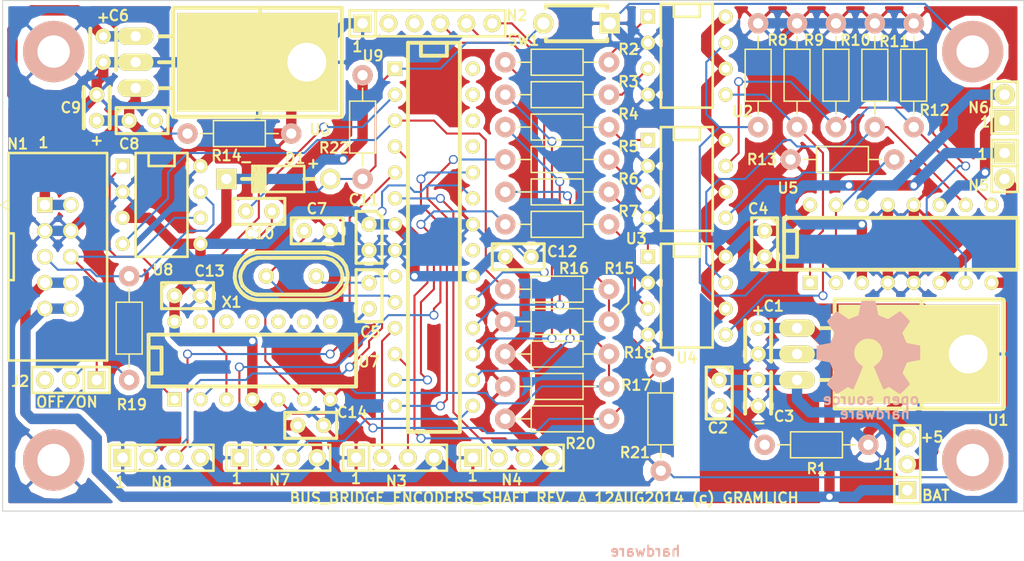
<source format=kicad_pcb>
(kicad_pcb (version 3) (host pcbnew "(2014-jan-25)-product")
  (layers (15 F.Cu signal) (0 B.Cu signal) (18 B.Paste user) (19 F.Paste user) (20 B.SilkS user) (21 F.SilkS user) (22 B.Mask user) (23 F.Mask user) (28 Edge.Cuts user))
  (net 0 "")
  (net 1 /D2)
  (net 2 /D3)
  (net 3 /D4)
  (net 4 /D5)
  (net 5 /D6)
  (net 6 /D7)
  (net 7 /D8)
  (net 8 /D9)
  (net 9 /D10)
  (net 10 /D11)
  (net 11 /D12)
  (net 12 /D13)
  (net 13 /A0)
  (net 14 /A1)
  (net 15 /M5V)
  (net 16 "Net-(C2-Pad2)")
  (net 17 GND)
  (net 18 /MOTOR_POWER)
  (net 19 "Net-(R2-Pad2)")
  (net 20 "Net-(R3-Pad2)")
  (net 21 "Net-(R4-Pad2)")
  (net 22 "Net-(R5-Pad2)")
  (net 23 "Net-(R6-Pad2)")
  (net 24 "Net-(R7-Pad2)")
  (net 25 "Net-(R8-Pad2)")
  (net 26 "Net-(R9-Pad2)")
  (net 27 "Net-(R10-Pad2)")
  (net 28 "Net-(R11-Pad2)")
  (net 29 "Net-(R12-Pad2)")
  (net 30 "Net-(R13-Pad2)")
  (net 31 /M1+)
  (net 32 /M1-)
  (net 33 /M2+)
  (net 34 /M2-)
  (net 35 "Net-(C5-Pad1)")
  (net 36 "Net-(C7-Pad1)")
  (net 37 +5V)
  (net 38 "Net-(C8-Pad2)")
  (net 39 "Net-(C10-Pad1)")
  (net 40 /~RESET)
  (net 41 "Net-(J2-Pad1)")
  (net 42 "Net-(J2-Pad2)")
  (net 43 "Net-(J2-Pad3)")
  (net 44 "Net-(N1-Pad5)")
  (net 45 "Net-(N2-Pad2)")
  (net 46 "Net-(N2-Pad3)")
  (net 47 "Net-(N2-Pad4)")
  (net 48 "Net-(N2-Pad5)")
  (net 49 "Net-(N2-Pad6)")
  (net 50 /TXD)
  (net 51 "Net-(U7-Pad1)")
  (net 52 /RXD)
  (net 53 "Net-(U9-Pad21)")
  (net 54 "Net-(U9-Pad25)")
  (net 55 "Net-(U9-Pad26)")
  (net 56 "Net-(U9-Pad27)")
  (net 57 "Net-(U9-Pad28)")
  (net 58 /BPWR)
  (net 59 /BGND)
  (net 60 /LPWR)
  (module Bus_Bridge_Encoders_Sonar_Rev_A:Capacitor4x3RM2-5_RevB (layer F.Cu) (at 173.99 133.35 270)
    (fp_text reference C1 (at -3.429 -1.524 540) (layer F.SilkS) (effects (font (size 1.016 1.016) (thickness 0.2032))))
    (fp_text value 22uF hide)
    (pad 1 thru_hole circle (at -1.27 0 270) (size 1.50114 1.50114) (drill 0.8001) (layers *.Cu *.Mask F.SilkS) (net 58 /BPWR))
    (pad 2 thru_hole circle (at 1.27 0 270) (size 1.50114 1.50114) (drill 0.8001) (layers *.Cu *.Mask F.SilkS) (net 59 /BGND))
  )
  (module Bus_Bridge_Encoders_Sonar_Rev_A:Capacitor3MMDiscRM2.5 (layer F.Cu) (at 170.18 138.43 270)
    (fp_text reference C2 (at 3.429 0.127 360) (layer F.SilkS) (effects (font (size 1.016 1.016) (thickness 0.2032))))
    (fp_text value .1uF hide)
    (pad 1 thru_hole circle (at -1.27 0 270) (size 1.50114 1.50114) (drill 0.8001) (layers *.Cu *.Mask F.SilkS) (net 15 /M5V))
    (pad 2 thru_hole circle (at 1.27 0 270) (size 1.50114 1.50114) (drill 0.8001) (layers *.Cu *.Mask F.SilkS) (net 16 "Net-(C2-Pad2)"))
  )
  (module Bus_Bridge_Encoders_Sonar_Rev_A:Capacitor4x3RM2-5_RevB (layer F.Cu) (at 173.99 138.43 270)
    (fp_text reference C3 (at 2.286 -2.54 540) (layer F.SilkS) (effects (font (size 1.016 1.016) (thickness 0.2032))))
    (fp_text value 22uF hide)
    (pad 1 thru_hole circle (at -1.27 0 270) (size 1.50114 1.50114) (drill 0.8001) (layers *.Cu *.Mask F.SilkS) (net 15 /M5V))
    (pad 2 thru_hole circle (at 1.27 0 270) (size 1.50114 1.50114) (drill 0.8001) (layers *.Cu *.Mask F.SilkS) (net 59 /BGND))
  )
  (module Bus_Bridge_Encoders_Sonar_Rev_A:Capacitor3MMDiscRM2.5 (layer F.Cu) (at 174.625 123.825 270)
    (fp_text reference C4 (at -3.429 0.635 360) (layer F.SilkS) (effects (font (size 1.016 1.016) (thickness 0.2032))))
    (fp_text value .1uF hide)
    (pad 1 thru_hole circle (at -1.27 0 270) (size 1.50114 1.50114) (drill 0.8001) (layers *.Cu *.Mask F.SilkS) (net 15 /M5V))
    (pad 2 thru_hole circle (at 1.27 0 270) (size 1.50114 1.50114) (drill 0.8001) (layers *.Cu *.Mask F.SilkS) (net 59 /BGND))
  )
  (module Bus_Bridge_Encoders_Sonar_Rev_A:Capacitor3MMDiscRM2.5 (layer F.Cu) (at 135.89 128.905 270)
    (fp_text reference C5 (at 3.556 -0.127 360) (layer F.SilkS) (effects (font (size 1.016 1.016) (thickness 0.2032))))
    (fp_text value 18pF hide)
    (pad 1 thru_hole circle (at -1.27 0 270) (size 1.50114 1.50114) (drill 0.8001) (layers *.Cu *.Mask F.SilkS) (net 35 "Net-(C5-Pad1)"))
    (pad 2 thru_hole circle (at 1.27 0 270) (size 1.50114 1.50114) (drill 0.8001) (layers *.Cu *.Mask F.SilkS) (net 17 GND))
  )
  (module Bus_Bridge_Encoders_Sonar_Rev_A:Capacitor4x3RM2-5_RevB (layer F.Cu) (at 109.855 104.775 270)
    (fp_text reference C6 (at -3.302 -1.524 540) (layer F.SilkS) (effects (font (size 1.016 1.016) (thickness 0.2032))))
    (fp_text value 22uF hide)
    (pad 1 thru_hole circle (at -1.27 0 270) (size 1.50114 1.50114) (drill 0.8001) (layers *.Cu *.Mask F.SilkS) (net 60 /LPWR))
    (pad 2 thru_hole circle (at 1.27 0 270) (size 1.50114 1.50114) (drill 0.8001) (layers *.Cu *.Mask F.SilkS) (net 17 GND))
  )
  (module Bus_Bridge_Encoders_Sonar_Rev_A:Capacitor3MMDiscRM2.5 (layer F.Cu) (at 130.81 122.555)
    (fp_text reference C7 (at -0.04 -2.17) (layer F.SilkS) (effects (font (size 1.016 1.016) (thickness 0.2032))))
    (fp_text value 18pF hide)
    (pad 1 thru_hole circle (at -1.27 0) (size 1.50114 1.50114) (drill 0.8001) (layers *.Cu *.Mask F.SilkS) (net 36 "Net-(C7-Pad1)"))
    (pad 2 thru_hole circle (at 1.27 0) (size 1.50114 1.50114) (drill 0.8001) (layers *.Cu *.Mask F.SilkS) (net 17 GND))
  )
  (module Bus_Bridge_Encoders_Sonar_Rev_A:Capacitor3MMDiscRM2.5 (layer F.Cu) (at 113.665 111.76)
    (fp_text reference C8 (at -1.27 2.286) (layer F.SilkS) (effects (font (size 1.016 1.016) (thickness 0.2032))))
    (fp_text value .1uF hide)
    (pad 1 thru_hole circle (at -1.27 0) (size 1.50114 1.50114) (drill 0.8001) (layers *.Cu *.Mask F.SilkS) (net 37 +5V))
    (pad 2 thru_hole circle (at 1.27 0) (size 1.50114 1.50114) (drill 0.8001) (layers *.Cu *.Mask F.SilkS) (net 38 "Net-(C8-Pad2)"))
  )
  (module Bus_Bridge_Encoders_Sonar_Rev_A:Capacitor4x3RM2-5_RevB (layer F.Cu) (at 109.22 110.49 90)
    (fp_text reference C9 (at 0 -2.54 360) (layer F.SilkS) (effects (font (size 1.016 1.016) (thickness 0.2032))))
    (fp_text value 22uF hide)
    (pad 1 thru_hole circle (at -1.27 0 90) (size 1.50114 1.50114) (drill 0.8001) (layers *.Cu *.Mask F.SilkS) (net 37 +5V))
    (pad 2 thru_hole circle (at 1.27 0 90) (size 1.50114 1.50114) (drill 0.8001) (layers *.Cu *.Mask F.SilkS) (net 17 GND))
  )
  (module Bus_Bridge_Encoders_Sonar_Rev_A:Capacitor3MMDiscRM2.5 (layer F.Cu) (at 125.095 120.65 180)
    (fp_text reference C10 (at -0.04 -2.17 180) (layer F.SilkS) (effects (font (size 1.016 1.016) (thickness 0.2032))))
    (fp_text value .1uF hide)
    (pad 1 thru_hole circle (at -1.27 0 180) (size 1.50114 1.50114) (drill 0.8001) (layers *.Cu *.Mask F.SilkS) (net 39 "Net-(C10-Pad1)"))
    (pad 2 thru_hole circle (at 1.27 0 180) (size 1.50114 1.50114) (drill 0.8001) (layers *.Cu *.Mask F.SilkS) (net 40 /~RESET))
  )
  (module Bus_Bridge_Encoders_Sonar_Rev_A:Capacitor3MMDiscRM2.5 (layer F.Cu) (at 135.89 123.19 270)
    (fp_text reference C11 (at -3.683 0.508 360) (layer F.SilkS) (effects (font (size 1.016 1.016) (thickness 0.2032))))
    (fp_text value .1uF hide)
    (pad 1 thru_hole circle (at -1.27 0 270) (size 1.50114 1.50114) (drill 0.8001) (layers *.Cu *.Mask F.SilkS) (net 37 +5V))
    (pad 2 thru_hole circle (at 1.27 0 270) (size 1.50114 1.50114) (drill 0.8001) (layers *.Cu *.Mask F.SilkS) (net 17 GND))
  )
  (module Bus_Bridge_Encoders_Sonar_Rev_A:Capacitor3MMDiscRM2.5 (layer F.Cu) (at 150.495 125.095)
    (fp_text reference C12 (at 4.318 -0.508) (layer F.SilkS) (effects (font (size 1.016 1.016) (thickness 0.2032))))
    (fp_text value .1uF hide)
    (pad 1 thru_hole circle (at -1.27 0) (size 1.50114 1.50114) (drill 0.8001) (layers *.Cu *.Mask F.SilkS) (net 37 +5V))
    (pad 2 thru_hole circle (at 1.27 0) (size 1.50114 1.50114) (drill 0.8001) (layers *.Cu *.Mask F.SilkS) (net 17 GND))
  )
  (module Bus_Bridge_Encoders_Sonar_Rev_A:Capacitor3MMDiscRM2.5 (layer F.Cu) (at 118.11 128.905)
    (fp_text reference C13 (at 2.159 -2.413) (layer F.SilkS) (effects (font (size 1.016 1.016) (thickness 0.2032))))
    (fp_text value .1uF hide)
    (pad 1 thru_hole circle (at -1.27 0) (size 1.50114 1.50114) (drill 0.8001) (layers *.Cu *.Mask F.SilkS) (net 37 +5V))
    (pad 2 thru_hole circle (at 1.27 0) (size 1.50114 1.50114) (drill 0.8001) (layers *.Cu *.Mask F.SilkS) (net 17 GND))
  )
  (module Bus_Bridge_Encoders_Sonar_Rev_A:Capacitor3MMDiscRM2.5 (layer F.Cu) (at 130.175 141.605)
    (fp_text reference C14 (at 4.064 -1.27) (layer F.SilkS) (effects (font (size 1.016 1.016) (thickness 0.2032))))
    (fp_text value .1uF hide)
    (pad 1 thru_hole circle (at -1.27 0) (size 1.50114 1.50114) (drill 0.8001) (layers *.Cu *.Mask F.SilkS) (net 37 +5V))
    (pad 2 thru_hole circle (at 1.27 0) (size 1.50114 1.50114) (drill 0.8001) (layers *.Cu *.Mask F.SilkS) (net 17 GND))
  )
  (module Bus_Bridge_Encoders_Sonar_Rev_A:Diode_DO-41_SOD81_Horizontal_RM10 (layer F.Cu) (at 127 117.475 180)
    (fp_text reference D1 (at -1.651 2.032 180) (layer F.SilkS) (effects (font (size 1.016 1.016) (thickness 0.2032))))
    (fp_text value SD101C-TR hide)
    (fp_text user - (at 3.14 1.71 180) (layer F.SilkS) (effects (font (size 1.016 1.016) (thickness 0.2032))))
    (fp_text user + (at -3.42 1.56 180) (layer F.SilkS) (effects (font (size 1.016 1.016) (thickness 0.2032))))
    (pad + thru_hole circle (at -5.08 0 180) (size 1.99898 1.99898) (drill 1.27) (layers *.Cu *.Mask F.SilkS) (net 40 /~RESET))
    (pad - thru_hole rect (at 5.08 0 180) (size 1.99898 1.99898) (drill 1.00076) (layers *.Cu *.Mask F.SilkS) (net 37 +5V))
  )
  (module Bus_Bridge_Encoders_Sonar_Rev_A:OSHW_LOGO_400mil (layer B.Cu) (at 184.785 133.985)
    (fp_text reference G1 hide)
    (fp_text value OSHW_LOGO hide)
  )
  (module Bus_Bridge_Encoders_Sonar_Rev_A:MountingHole_3mm (layer F.Cu) (at 105 105)
    (fp_text reference H1 (at 0 0) (layer F.SilkS) (effects (font (size 1.016 1.016) (thickness 0.2032))))
    (fp_text value 3MM_HOLE hide)
    (pad 1 thru_hole circle (at 0 0) (size 6 6) (drill 3.175) (layers *.Cu *.SilkS *.Mask) (net 17 GND))
  )
  (module Bus_Bridge_Encoders_Sonar_Rev_A:MountingHole_3mm (layer F.Cu) (at 195 105)
    (fp_text reference H2 (at 0 0) (layer F.SilkS) (effects (font (size 1.016 1.016) (thickness 0.2032))))
    (fp_text value 3MM_HOLE hide)
    (pad 1 thru_hole circle (at 0 0) (size 6 6) (drill 3.175) (layers *.Cu *.SilkS *.Mask) (net 17 GND))
  )
  (module Bus_Bridge_Encoders_Sonar_Rev_A:MountingHole_3mm (layer F.Cu) (at 105 145)
    (fp_text reference H3 (at 0 0) (layer F.SilkS) (effects (font (size 1.016 1.016) (thickness 0.2032))))
    (fp_text value 3MM_HOLE hide)
    (pad 1 thru_hole circle (at 0 0) (size 6 6) (drill 3.175) (layers *.Cu *.SilkS *.Mask) (net 17 GND))
  )
  (module Bus_Bridge_Encoders_Sonar_Rev_A:MountingHole_3mm (layer F.Cu) (at 195 145)
    (fp_text reference H4 (at 0 0) (layer F.SilkS) (effects (font (size 1.016 1.016) (thickness 0.2032))))
    (fp_text value 3MM_HOLE hide)
    (pad 1 thru_hole circle (at 0 0) (size 6 6) (drill 3.175) (layers *.Cu *.SilkS *.Mask) (net 17 GND))
  )
  (module Bus_Bridge_Encoders_Sonar_Rev_A:Pin_Header_Straight_1x03 (layer F.Cu) (at 188.595 145.415 90)
    (fp_text reference J1 (at 0 -2.286 180) (layer F.SilkS) (effects (font (size 1.016 1.016) (thickness 0.2032))))
    (fp_text value POWER_SELECT hide)
    (pad 1 thru_hole rect (at -2.54 0 90) (size 1.7272 1.7272) (drill 1.016) (layers *.Cu *.Mask F.SilkS) (net 58 /BPWR))
    (pad 2 thru_hole circle (at 0 0 90) (size 1.7272 1.7272) (drill 1.016) (layers *.Cu *.Mask F.SilkS) (net 18 /MOTOR_POWER))
    (pad 3 thru_hole circle (at 2.54 0 90) (size 1.7272 1.7272) (drill 1.016) (layers *.Cu *.Mask F.SilkS) (net 15 /M5V))
  )
  (module Bus_Bridge_Encoders_Sonar_Rev_A:Pin_Header_Straight_1x03 (layer F.Cu) (at 106.68 137.16 180)
    (fp_text reference J2 (at 4.953 -0.127 180) (layer F.SilkS) (effects (font (size 1.016 1.016) (thickness 0.2032))))
    (fp_text value TERMINATE_JUMPER hide)
    (pad 1 thru_hole rect (at -2.54 0 180) (size 1.7272 1.7272) (drill 1.016) (layers *.Cu *.Mask F.SilkS) (net 41 "Net-(J2-Pad1)"))
    (pad 2 thru_hole circle (at 0 0 180) (size 1.7272 1.7272) (drill 1.016) (layers *.Cu *.Mask F.SilkS) (net 42 "Net-(J2-Pad2)"))
    (pad 3 thru_hole circle (at 2.54 0 180) (size 1.7272 1.7272) (drill 1.016) (layers *.Cu *.Mask F.SilkS) (net 43 "Net-(J2-Pad3)"))
  )
  (module Bus_Bridge_Encoders_Sonar_Rev_A:Pin_Header_Straight_1x04 (layer F.Cu) (at 138.43 144.78)
    (fp_text reference N3 (at 0.127 2.286) (layer F.SilkS) (effects (font (size 1.016 1.016) (thickness 0.2032))))
    (fp_text value ENCODER_CONNECTOR hide)
    (pad 1 thru_hole rect (at -3.81 0) (size 1.7272 1.7272) (drill 1.016) (layers *.Cu *.Mask F.SilkS) (net 17 GND))
    (pad 2 thru_hole oval (at -1.27 0) (size 1.7272 1.7272) (drill 1.016) (layers *.Cu *.Mask F.SilkS) (net 4 /D5))
    (pad 3 thru_hole oval (at 1.27 0) (size 1.7272 1.7272) (drill 1.016) (layers *.Cu *.Mask F.SilkS) (net 5 /D6))
    (pad 4 thru_hole oval (at 3.81 0) (size 1.7272 1.7272) (drill 1.016) (layers *.Cu *.Mask F.SilkS) (net 37 +5V))
  )
  (module Bus_Bridge_Encoders_Sonar_Rev_A:Pin_Header_Straight_1x04 (layer F.Cu) (at 149.86 144.78)
    (fp_text reference N4 (at 0 2.159) (layer F.SilkS) (effects (font (size 1.016 1.016) (thickness 0.2032))))
    (fp_text value ENCODER_CONNECTOR hide)
    (pad 1 thru_hole rect (at -3.81 0) (size 1.7272 1.7272) (drill 1.016) (layers *.Cu *.Mask F.SilkS) (net 17 GND))
    (pad 2 thru_hole oval (at -1.27 0) (size 1.7272 1.7272) (drill 1.016) (layers *.Cu *.Mask F.SilkS) (net 1 /D2))
    (pad 3 thru_hole oval (at 1.27 0) (size 1.7272 1.7272) (drill 1.016) (layers *.Cu *.Mask F.SilkS) (net 3 /D4))
    (pad 4 thru_hole oval (at 3.81 0) (size 1.7272 1.7272) (drill 1.016) (layers *.Cu *.Mask F.SilkS) (net 37 +5V))
  )
  (module Bus_Bridge_Encoders_Sonar_Rev_A:Pin_Header_Straight_1x02 (layer F.Cu) (at 198.12 116.205 270)
    (fp_text reference N5 (at 1.905 2.54 360) (layer F.SilkS) (effects (font (size 1.016 1.016) (thickness 0.2032))))
    (fp_text value MOTOR_CONNECTOR hide)
    (pad 1 thru_hole rect (at -1.27 0 270) (size 2.032 2.032) (drill 1.016) (layers *.Cu *.Mask F.SilkS) (net 31 /M1+))
    (pad 2 thru_hole oval (at 1.27 0 270) (size 2.032 2.032) (drill 1.016) (layers *.Cu *.Mask F.SilkS) (net 32 /M1-))
  )
  (module Bus_Bridge_Encoders_Sonar_Rev_A:Pin_Header_Straight_1x02 (layer F.Cu) (at 198.12 110.49 90)
    (fp_text reference N6 (at 0 -2.54 180) (layer F.SilkS) (effects (font (size 1.016 1.016) (thickness 0.2032))))
    (fp_text value MOTOR_CONNECTOR hide)
    (pad 1 thru_hole rect (at -1.27 0 90) (size 2.032 2.032) (drill 1.016) (layers *.Cu *.Mask F.SilkS) (net 33 /M2+))
    (pad 2 thru_hole oval (at 1.27 0 90) (size 2.032 2.032) (drill 1.016) (layers *.Cu *.Mask F.SilkS) (net 34 /M2-))
  )
  (module Bus_Bridge_Encoders_Sonar_Rev_A:Pin_Header_Straight_1x04 (layer F.Cu) (at 127 144.78)
    (fp_text reference N7 (at 0.127 2.159) (layer F.SilkS) (effects (font (size 1.016 1.016) (thickness 0.2032))))
    (fp_text value HC_SR04_CONNECTOR hide)
    (pad 1 thru_hole rect (at -3.81 0) (size 1.7272 1.7272) (drill 1.016) (layers *.Cu *.Mask F.SilkS) (net 17 GND))
    (pad 2 thru_hole oval (at -1.27 0) (size 1.7272 1.7272) (drill 1.016) (layers *.Cu *.Mask F.SilkS) (net 14 /A1))
    (pad 3 thru_hole oval (at 1.27 0) (size 1.7272 1.7272) (drill 1.016) (layers *.Cu *.Mask F.SilkS) (net 8 /D9))
    (pad 4 thru_hole oval (at 3.81 0) (size 1.7272 1.7272) (drill 1.016) (layers *.Cu *.Mask F.SilkS) (net 37 +5V))
  )
  (module Bus_Bridge_Encoders_Sonar_Rev_A:Pin_Header_Straight_1x04 (layer F.Cu) (at 115.57 144.78)
    (fp_text reference N8 (at 0 2.413) (layer F.SilkS) (effects (font (size 1.016 1.016) (thickness 0.2032))))
    (fp_text value HC_SR04_CONNECTOR hide)
    (pad 1 thru_hole rect (at -3.81 0) (size 1.7272 1.7272) (drill 1.016) (layers *.Cu *.Mask F.SilkS) (net 17 GND))
    (pad 2 thru_hole oval (at -1.27 0) (size 1.7272 1.7272) (drill 1.016) (layers *.Cu *.Mask F.SilkS) (net 13 /A0))
    (pad 3 thru_hole oval (at 1.27 0) (size 1.7272 1.7272) (drill 1.016) (layers *.Cu *.Mask F.SilkS) (net 2 /D3))
    (pad 4 thru_hole oval (at 3.81 0) (size 1.7272 1.7272) (drill 1.016) (layers *.Cu *.Mask F.SilkS) (net 37 +5V))
  )
  (module Bus_Bridge_Encoders_Sonar_Rev_A:Resistor_Horizontal_400 (layer F.Cu) (at 179.705 143.51 180)
    (fp_text reference R1 (at -0.03 -2.33 180) (layer F.SilkS) (effects (font (size 1.016 1.016) (thickness 0.2032))))
    (fp_text value .47 hide)
    (pad 1 thru_hole circle (at -5.08 0 180) (size 1.99898 1.99898) (drill 1.00076) (layers *.Cu *.SilkS *.Mask) (net 59 /BGND))
    (pad 2 thru_hole circle (at 5.08 0 180) (size 1.99898 1.99898) (drill 1.00076) (layers *.Cu *.SilkS *.Mask) (net 16 "Net-(C2-Pad2)"))
  )
  (module Bus_Bridge_Encoders_Sonar_Rev_A:Resistor_Horizontal_400 (layer F.Cu) (at 154.305 106.045)
    (fp_text reference R2 (at 6.985 -1.27) (layer F.SilkS) (effects (font (size 1.016 1.016) (thickness 0.2032))))
    (fp_text value 470 hide)
    (pad 1 thru_hole circle (at -5.08 0) (size 1.99898 1.99898) (drill 1.00076) (layers *.Cu *.SilkS *.Mask) (net 12 /D13))
    (pad 2 thru_hole circle (at 5.08 0) (size 1.99898 1.99898) (drill 1.00076) (layers *.Cu *.SilkS *.Mask) (net 19 "Net-(R2-Pad2)"))
  )
  (module Bus_Bridge_Encoders_Sonar_Rev_A:Resistor_Horizontal_400 (layer F.Cu) (at 154.305 109.22)
    (fp_text reference R3 (at 6.985 -1.27) (layer F.SilkS) (effects (font (size 1.016 1.016) (thickness 0.2032))))
    (fp_text value 470 hide)
    (pad 1 thru_hole circle (at -5.08 0) (size 1.99898 1.99898) (drill 1.00076) (layers *.Cu *.SilkS *.Mask) (net 10 /D11))
    (pad 2 thru_hole circle (at 5.08 0) (size 1.99898 1.99898) (drill 1.00076) (layers *.Cu *.SilkS *.Mask) (net 20 "Net-(R3-Pad2)"))
  )
  (module Bus_Bridge_Encoders_Sonar_Rev_A:Resistor_Horizontal_400 (layer F.Cu) (at 154.305 112.395)
    (fp_text reference R4 (at 6.985 -1.27) (layer F.SilkS) (effects (font (size 1.016 1.016) (thickness 0.2032))))
    (fp_text value 470 hide)
    (pad 1 thru_hole circle (at -5.08 0) (size 1.99898 1.99898) (drill 1.00076) (layers *.Cu *.SilkS *.Mask) (net 11 /D12))
    (pad 2 thru_hole circle (at 5.08 0) (size 1.99898 1.99898) (drill 1.00076) (layers *.Cu *.SilkS *.Mask) (net 21 "Net-(R4-Pad2)"))
  )
  (module Bus_Bridge_Encoders_Sonar_Rev_A:Resistor_Horizontal_400 (layer F.Cu) (at 154.305 115.57)
    (fp_text reference R5 (at 6.985 -1.27) (layer F.SilkS) (effects (font (size 1.016 1.016) (thickness 0.2032))))
    (fp_text value 470 hide)
    (pad 1 thru_hole circle (at -5.08 0) (size 1.99898 1.99898) (drill 1.00076) (layers *.Cu *.SilkS *.Mask) (net 7 /D8))
    (pad 2 thru_hole circle (at 5.08 0) (size 1.99898 1.99898) (drill 1.00076) (layers *.Cu *.SilkS *.Mask) (net 22 "Net-(R5-Pad2)"))
  )
  (module Bus_Bridge_Encoders_Sonar_Rev_A:Resistor_Horizontal_400 (layer F.Cu) (at 154.305 118.745)
    (fp_text reference R6 (at 6.985 -1.27) (layer F.SilkS) (effects (font (size 1.016 1.016) (thickness 0.2032))))
    (fp_text value 470 hide)
    (pad 1 thru_hole circle (at -5.08 0) (size 1.99898 1.99898) (drill 1.00076) (layers *.Cu *.SilkS *.Mask) (net 9 /D10))
    (pad 2 thru_hole circle (at 5.08 0) (size 1.99898 1.99898) (drill 1.00076) (layers *.Cu *.SilkS *.Mask) (net 23 "Net-(R6-Pad2)"))
  )
  (module Bus_Bridge_Encoders_Sonar_Rev_A:Resistor_Horizontal_400 (layer F.Cu) (at 154.305 121.92)
    (fp_text reference R7 (at 6.985 -1.27) (layer F.SilkS) (effects (font (size 1.016 1.016) (thickness 0.2032))))
    (fp_text value 470 hide)
    (pad 1 thru_hole circle (at -5.08 0) (size 1.99898 1.99898) (drill 1.00076) (layers *.Cu *.SilkS *.Mask) (net 6 /D7))
    (pad 2 thru_hole circle (at 5.08 0) (size 1.99898 1.99898) (drill 1.00076) (layers *.Cu *.SilkS *.Mask) (net 24 "Net-(R7-Pad2)"))
  )
  (module Bus_Bridge_Encoders_Sonar_Rev_A:Resistor_Horizontal_400 (layer F.Cu) (at 173.99 107.315 270)
    (fp_text reference R8 (at -3.429 -1.905 360) (layer F.SilkS) (effects (font (size 1.016 1.016) (thickness 0.2032))))
    (fp_text value 10K hide)
    (pad 1 thru_hole circle (at -5.08 0 270) (size 1.99898 1.99898) (drill 1.00076) (layers *.Cu *.SilkS *.Mask) (net 59 /BGND))
    (pad 2 thru_hole circle (at 5.08 0 270) (size 1.99898 1.99898) (drill 1.00076) (layers *.Cu *.SilkS *.Mask) (net 25 "Net-(R8-Pad2)"))
  )
  (module Bus_Bridge_Encoders_Sonar_Rev_A:Resistor_Horizontal_400 (layer F.Cu) (at 177.8 107.315 270)
    (fp_text reference R9 (at -3.429 -1.651 360) (layer F.SilkS) (effects (font (size 1.016 1.016) (thickness 0.2032))))
    (fp_text value 10K hide)
    (pad 1 thru_hole circle (at -5.08 0 270) (size 1.99898 1.99898) (drill 1.00076) (layers *.Cu *.SilkS *.Mask) (net 59 /BGND))
    (pad 2 thru_hole circle (at 5.08 0 270) (size 1.99898 1.99898) (drill 1.00076) (layers *.Cu *.SilkS *.Mask) (net 26 "Net-(R9-Pad2)"))
  )
  (module Bus_Bridge_Encoders_Sonar_Rev_A:Resistor_Horizontal_400 (layer F.Cu) (at 181.61 107.315 270)
    (fp_text reference R10 (at -3.429 -1.905 360) (layer F.SilkS) (effects (font (size 1.016 1.016) (thickness 0.2032))))
    (fp_text value 10K hide)
    (pad 1 thru_hole circle (at -5.08 0 270) (size 1.99898 1.99898) (drill 1.00076) (layers *.Cu *.SilkS *.Mask) (net 59 /BGND))
    (pad 2 thru_hole circle (at 5.08 0 270) (size 1.99898 1.99898) (drill 1.00076) (layers *.Cu *.SilkS *.Mask) (net 27 "Net-(R10-Pad2)"))
  )
  (module Bus_Bridge_Encoders_Sonar_Rev_A:Resistor_Horizontal_400 (layer F.Cu) (at 185.42 107.315 270)
    (fp_text reference R11 (at -3.302 -1.905 360) (layer F.SilkS) (effects (font (size 1.016 1.016) (thickness 0.2032))))
    (fp_text value 10K hide)
    (pad 1 thru_hole circle (at -5.08 0 270) (size 1.99898 1.99898) (drill 1.00076) (layers *.Cu *.SilkS *.Mask) (net 59 /BGND))
    (pad 2 thru_hole circle (at 5.08 0 270) (size 1.99898 1.99898) (drill 1.00076) (layers *.Cu *.SilkS *.Mask) (net 28 "Net-(R11-Pad2)"))
  )
  (module Bus_Bridge_Encoders_Sonar_Rev_A:Resistor_Horizontal_400 (layer F.Cu) (at 189.23 107.315 270)
    (fp_text reference R12 (at 3.429 -2.032 360) (layer F.SilkS) (effects (font (size 1.016 1.016) (thickness 0.2032))))
    (fp_text value 10K hide)
    (pad 1 thru_hole circle (at -5.08 0 270) (size 1.99898 1.99898) (drill 1.00076) (layers *.Cu *.SilkS *.Mask) (net 59 /BGND))
    (pad 2 thru_hole circle (at 5.08 0 270) (size 1.99898 1.99898) (drill 1.00076) (layers *.Cu *.SilkS *.Mask) (net 29 "Net-(R12-Pad2)"))
  )
  (module Bus_Bridge_Encoders_Sonar_Rev_A:Resistor_Horizontal_400 (layer F.Cu) (at 182.245 115.57)
    (fp_text reference R13 (at -7.874 0) (layer F.SilkS) (effects (font (size 1.016 1.016) (thickness 0.2032))))
    (fp_text value 10K hide)
    (pad 1 thru_hole circle (at -5.08 0) (size 1.99898 1.99898) (drill 1.00076) (layers *.Cu *.SilkS *.Mask) (net 59 /BGND))
    (pad 2 thru_hole circle (at 5.08 0) (size 1.99898 1.99898) (drill 1.00076) (layers *.Cu *.SilkS *.Mask) (net 30 "Net-(R13-Pad2)"))
  )
  (module Bus_Bridge_Encoders_Sonar_Rev_A:Resistor_Horizontal_400 (layer F.Cu) (at 123.19 113.03 180)
    (fp_text reference R14 (at 1.27 -2.159 180) (layer F.SilkS) (effects (font (size 1.016 1.016) (thickness 0.2032))))
    (fp_text value .47 hide)
    (pad 1 thru_hole circle (at -5.08 0 180) (size 1.99898 1.99898) (drill 1.00076) (layers *.Cu *.SilkS *.Mask) (net 17 GND))
    (pad 2 thru_hole circle (at 5.08 0 180) (size 1.99898 1.99898) (drill 1.00076) (layers *.Cu *.SilkS *.Mask) (net 38 "Net-(C8-Pad2)"))
  )
  (module Bus_Bridge_Encoders_Sonar_Rev_A:Resistor_Horizontal_400 (layer F.Cu) (at 154.305 128.27 180)
    (fp_text reference R15 (at -6.096 2.032 180) (layer F.SilkS) (effects (font (size 1.016 1.016) (thickness 0.2032))))
    (fp_text value 22K hide)
    (pad 1 thru_hole circle (at -5.08 0 180) (size 1.99898 1.99898) (drill 1.00076) (layers *.Cu *.SilkS *.Mask) (net 48 "Net-(N2-Pad5)"))
    (pad 2 thru_hole circle (at 5.08 0 180) (size 1.99898 1.99898) (drill 1.00076) (layers *.Cu *.SilkS *.Mask) (net 50 /TXD))
  )
  (module Bus_Bridge_Encoders_Sonar_Rev_A:Resistor_Horizontal_400 (layer F.Cu) (at 154.305 131.445)
    (fp_text reference R16 (at 1.651 -5.207) (layer F.SilkS) (effects (font (size 1.016 1.016) (thickness 0.2032))))
    (fp_text value 33K hide)
    (pad 1 thru_hole circle (at -5.08 0) (size 1.99898 1.99898) (drill 1.00076) (layers *.Cu *.SilkS *.Mask) (net 17 GND))
    (pad 2 thru_hole circle (at 5.08 0) (size 1.99898 1.99898) (drill 1.00076) (layers *.Cu *.SilkS *.Mask) (net 48 "Net-(N2-Pad5)"))
  )
  (module Bus_Bridge_Encoders_Sonar_Rev_A:Resistor_Horizontal_400 (layer F.Cu) (at 154.305 134.62 180)
    (fp_text reference R17 (at -7.747 -3.048 180) (layer F.SilkS) (effects (font (size 1.016 1.016) (thickness 0.2032))))
    (fp_text value 22K hide)
    (pad 1 thru_hole circle (at -5.08 0 180) (size 1.99898 1.99898) (drill 1.00076) (layers *.Cu *.SilkS *.Mask) (net 47 "Net-(N2-Pad4)"))
    (pad 2 thru_hole circle (at 5.08 0 180) (size 1.99898 1.99898) (drill 1.00076) (layers *.Cu *.SilkS *.Mask) (net 37 +5V))
  )
  (module Bus_Bridge_Encoders_Sonar_Rev_A:Resistor_Horizontal_400 (layer F.Cu) (at 154.305 137.795)
    (fp_text reference R18 (at 8.001 -3.302) (layer F.SilkS) (effects (font (size 1.016 1.016) (thickness 0.2032))))
    (fp_text value 33K hide)
    (pad 1 thru_hole circle (at -5.08 0) (size 1.99898 1.99898) (drill 1.00076) (layers *.Cu *.SilkS *.Mask) (net 17 GND))
    (pad 2 thru_hole circle (at 5.08 0) (size 1.99898 1.99898) (drill 1.00076) (layers *.Cu *.SilkS *.Mask) (net 47 "Net-(N2-Pad4)"))
  )
  (module Bus_Bridge_Encoders_Sonar_Rev_A:Resistor_Horizontal_400 (layer F.Cu) (at 112.395 132.08 270)
    (fp_text reference R19 (at 7.493 -0.254 360) (layer F.SilkS) (effects (font (size 1.016 1.016) (thickness 0.2032))))
    (fp_text value .47 hide)
    (pad 1 thru_hole circle (at -5.08 0 270) (size 1.99898 1.99898) (drill 1.00076) (layers *.Cu *.SilkS *.Mask) (net 44 "Net-(N1-Pad5)"))
    (pad 2 thru_hole circle (at 5.08 0 270) (size 1.99898 1.99898) (drill 1.00076) (layers *.Cu *.SilkS *.Mask) (net 42 "Net-(J2-Pad2)"))
  )
  (module Bus_Bridge_Encoders_Sonar_Rev_A:Resistor_Horizontal_400 (layer F.Cu) (at 154.305 140.97 180)
    (fp_text reference R20 (at -2.286 -2.413 180) (layer F.SilkS) (effects (font (size 1.016 1.016) (thickness 0.2032))))
    (fp_text value 22K hide)
    (pad 1 thru_hole circle (at -5.08 0 180) (size 1.99898 1.99898) (drill 1.00076) (layers *.Cu *.SilkS *.Mask) (net 49 "Net-(N2-Pad6)"))
    (pad 2 thru_hole circle (at 5.08 0 180) (size 1.99898 1.99898) (drill 1.00076) (layers *.Cu *.SilkS *.Mask) (net 37 +5V))
  )
  (module Bus_Bridge_Encoders_Sonar_Rev_A:Resistor_Horizontal_400 (layer F.Cu) (at 164.465 140.97 90)
    (fp_text reference R21 (at -3.302 -2.54 180) (layer F.SilkS) (effects (font (size 1.016 1.016) (thickness 0.2032))))
    (fp_text value 33K hide)
    (pad 1 thru_hole circle (at -5.08 0 90) (size 1.99898 1.99898) (drill 1.00076) (layers *.Cu *.SilkS *.Mask) (net 17 GND))
    (pad 2 thru_hole circle (at 5.08 0 90) (size 1.99898 1.99898) (drill 1.00076) (layers *.Cu *.SilkS *.Mask) (net 49 "Net-(N2-Pad6)"))
  )
  (module Bus_Bridge_Encoders_Sonar_Rev_A:Resistor_Horizontal_400 (layer F.Cu) (at 135.255 112.395 90)
    (fp_text reference R22 (at -2.032 -2.794 180) (layer F.SilkS) (effects (font (size 1.016 1.016) (thickness 0.2032))))
    (fp_text value 10K hide)
    (pad 1 thru_hole circle (at -5.08 0 90) (size 1.99898 1.99898) (drill 1.00076) (layers *.Cu *.SilkS *.Mask) (net 40 /~RESET))
    (pad 2 thru_hole circle (at 5.08 0 90) (size 1.99898 1.99898) (drill 1.00076) (layers *.Cu *.SilkS *.Mask) (net 37 +5V))
  )
  (module Bus_Bridge_Encoders_Sonar_Rev_A:Button_6.5MM (layer F.Cu) (at 156.21 102.235 180)
    (fp_text reference SW1 (at 5.207 -1.651 180) (layer F.SilkS) (effects (font (size 1.016 1.016) (thickness 0.2032))))
    (fp_text value MJTP1243 hide)
    (pad 1 thru_hole rect (at -3.2512 0 180) (size 1.99898 1.99898) (drill 1.19888) (layers *.Cu *.Mask F.SilkS) (net 17 GND))
    (pad 2 thru_hole circle (at 3.2512 0 180) (size 1.99898 1.99898) (drill 1.19888) (layers *.Cu *.Mask F.SilkS) (net 40 /~RESET))
  )
  (module Bus_Bridge_Encoders_Sonar_Rev_A:TO-220_Neutral123_Horizontal_LargePads (layer F.Cu) (at 177.8 134.62 270)
    (fp_text reference U1 (at 6.477 -19.685 360) (layer F.SilkS) (effects (font (size 1.016 1.016) (thickness 0.2032))))
    (fp_text value LM2940 hide)
    (pad 2 thru_hole oval (at 0 0) (size 3.50012 1.69926) (drill 1.00076) (layers *.Cu *.Mask F.SilkS) (net 59 /BGND))
    (pad 1 thru_hole oval (at -2.54 0) (size 3.50012 1.69926) (drill 1.00076) (layers *.Cu *.Mask F.SilkS) (net 58 /BPWR))
    (pad 3 thru_hole oval (at 2.54 0) (size 3.50012 1.69926) (drill 1.00076) (layers *.Cu *.Mask F.SilkS) (net 15 /M5V))
    (pad 2 thru_hole rect (at 0 -16.764) (size 15.748 9.652) (drill 3.79984 (offset -4.826 0)) (layers *.Cu F.SilkS F.Mask) (net 59 /BGND))
  )
  (module Bus_Bridge_Encoders_Sonar_Rev_A:DIP-8__300 (layer F.Cu) (at 167.005 105.41 270)
    (fp_text reference U2 (at 5.461 -5.461 360) (layer F.SilkS) (effects (font (size 1.016 1.016) (thickness 0.2032))))
    (fp_text value LTV-826 hide)
    (pad 1 thru_hole rect (at -3.81 3.81 270) (size 1.397 1.397) (drill 0.8128) (layers *.Cu *.Mask F.SilkS) (net 19 "Net-(R2-Pad2)"))
    (pad 2 thru_hole circle (at -1.27 3.81 270) (size 1.397 1.397) (drill 0.8128) (layers *.Cu *.Mask F.SilkS) (net 17 GND))
    (pad 3 thru_hole circle (at 1.27 3.81 270) (size 1.397 1.397) (drill 0.8128) (layers *.Cu *.Mask F.SilkS) (net 20 "Net-(R3-Pad2)"))
    (pad 4 thru_hole circle (at 3.81 3.81 270) (size 1.397 1.397) (drill 0.8128) (layers *.Cu *.Mask F.SilkS) (net 17 GND))
    (pad 5 thru_hole circle (at 3.81 -3.81 270) (size 1.397 1.397) (drill 0.8128) (layers *.Cu *.Mask F.SilkS) (net 26 "Net-(R9-Pad2)"))
    (pad 6 thru_hole circle (at 1.27 -3.81 270) (size 1.397 1.397) (drill 0.8128) (layers *.Cu *.Mask F.SilkS) (net 15 /M5V))
    (pad 7 thru_hole circle (at -1.27 -3.81 270) (size 1.397 1.397) (drill 0.8128) (layers *.Cu *.Mask F.SilkS) (net 25 "Net-(R8-Pad2)"))
    (pad 8 thru_hole circle (at -3.81 -3.81 270) (size 1.397 1.397) (drill 0.8128) (layers *.Cu *.Mask F.SilkS) (net 15 /M5V))
  )
  (module Bus_Bridge_Encoders_Sonar_Rev_A:DIP-8__300 (layer F.Cu) (at 167.005 117.475 270)
    (fp_text reference U3 (at 5.842 4.953 360) (layer F.SilkS) (effects (font (size 1.016 1.016) (thickness 0.2032))))
    (fp_text value LTV-826 hide)
    (pad 1 thru_hole rect (at -3.81 3.81 270) (size 1.397 1.397) (drill 0.8128) (layers *.Cu *.Mask F.SilkS) (net 21 "Net-(R4-Pad2)"))
    (pad 2 thru_hole circle (at -1.27 3.81 270) (size 1.397 1.397) (drill 0.8128) (layers *.Cu *.Mask F.SilkS) (net 17 GND))
    (pad 3 thru_hole circle (at 1.27 3.81 270) (size 1.397 1.397) (drill 0.8128) (layers *.Cu *.Mask F.SilkS) (net 22 "Net-(R5-Pad2)"))
    (pad 4 thru_hole circle (at 3.81 3.81 270) (size 1.397 1.397) (drill 0.8128) (layers *.Cu *.Mask F.SilkS) (net 17 GND))
    (pad 5 thru_hole circle (at 3.81 -3.81 270) (size 1.397 1.397) (drill 0.8128) (layers *.Cu *.Mask F.SilkS) (net 28 "Net-(R11-Pad2)"))
    (pad 6 thru_hole circle (at 1.27 -3.81 270) (size 1.397 1.397) (drill 0.8128) (layers *.Cu *.Mask F.SilkS) (net 15 /M5V))
    (pad 7 thru_hole circle (at -1.27 -3.81 270) (size 1.397 1.397) (drill 0.8128) (layers *.Cu *.Mask F.SilkS) (net 27 "Net-(R10-Pad2)"))
    (pad 8 thru_hole circle (at -3.81 -3.81 270) (size 1.397 1.397) (drill 0.8128) (layers *.Cu *.Mask F.SilkS) (net 15 /M5V))
  )
  (module Bus_Bridge_Encoders_Sonar_Rev_A:DIP-8__300 (layer F.Cu) (at 167.005 128.905 270)
    (fp_text reference U4 (at 6.096 0 360) (layer F.SilkS) (effects (font (size 1.016 1.016) (thickness 0.2032))))
    (fp_text value LTV-826 hide)
    (pad 1 thru_hole rect (at -3.81 3.81 270) (size 1.397 1.397) (drill 0.8128) (layers *.Cu *.Mask F.SilkS) (net 23 "Net-(R6-Pad2)"))
    (pad 2 thru_hole circle (at -1.27 3.81 270) (size 1.397 1.397) (drill 0.8128) (layers *.Cu *.Mask F.SilkS) (net 17 GND))
    (pad 3 thru_hole circle (at 1.27 3.81 270) (size 1.397 1.397) (drill 0.8128) (layers *.Cu *.Mask F.SilkS) (net 24 "Net-(R7-Pad2)"))
    (pad 4 thru_hole circle (at 3.81 3.81 270) (size 1.397 1.397) (drill 0.8128) (layers *.Cu *.Mask F.SilkS) (net 17 GND))
    (pad 5 thru_hole circle (at 3.81 -3.81 270) (size 1.397 1.397) (drill 0.8128) (layers *.Cu *.Mask F.SilkS) (net 30 "Net-(R13-Pad2)"))
    (pad 6 thru_hole circle (at 1.27 -3.81 270) (size 1.397 1.397) (drill 0.8128) (layers *.Cu *.Mask F.SilkS) (net 15 /M5V))
    (pad 7 thru_hole circle (at -1.27 -3.81 270) (size 1.397 1.397) (drill 0.8128) (layers *.Cu *.Mask F.SilkS) (net 29 "Net-(R12-Pad2)"))
    (pad 8 thru_hole circle (at -3.81 -3.81 270) (size 1.397 1.397) (drill 0.8128) (layers *.Cu *.Mask F.SilkS) (net 15 /M5V))
  )
  (module Bus_Bridge_Encoders_Sonar_Rev_A:TO-220_Neutral123_Horizontal_LargePads (layer F.Cu) (at 113.03 106.045 270)
    (fp_text reference U6 (at 6.604 -18.034 360) (layer F.SilkS) (effects (font (size 1.016 1.016) (thickness 0.2032))))
    (fp_text value LM2940 hide)
    (pad 2 thru_hole oval (at 0 0) (size 3.50012 1.69926) (drill 1.00076) (layers *.Cu *.Mask F.SilkS) (net 17 GND))
    (pad 1 thru_hole oval (at -2.54 0) (size 3.50012 1.69926) (drill 1.00076) (layers *.Cu *.Mask F.SilkS) (net 60 /LPWR))
    (pad 3 thru_hole oval (at 2.54 0) (size 3.50012 1.69926) (drill 1.00076) (layers *.Cu *.Mask F.SilkS) (net 37 +5V))
    (pad 2 thru_hole rect (at 0 -16.764) (size 15.748 9.652) (drill 3.79984 (offset -4.826 0)) (layers *.Cu F.SilkS F.Mask) (net 17 GND))
  )
  (module Bus_Bridge_Encoders_Sonar_Rev_A:DIP-8__300 (layer F.Cu) (at 115.57 120.015 270)
    (fp_text reference U8 (at 6.35 -0.127 360) (layer F.SilkS) (effects (font (size 1.016 1.016) (thickness 0.2032))))
    (fp_text value MCP2562 hide)
    (pad 1 thru_hole rect (at -3.81 3.81 270) (size 1.397 1.397) (drill 0.8128) (layers *.Cu *.Mask F.SilkS) (net 51 "Net-(U7-Pad1)"))
    (pad 2 thru_hole circle (at -1.27 3.81 270) (size 1.397 1.397) (drill 0.8128) (layers *.Cu *.Mask F.SilkS) (net 17 GND))
    (pad 3 thru_hole circle (at 1.27 3.81 270) (size 1.397 1.397) (drill 0.8128) (layers *.Cu *.Mask F.SilkS) (net 37 +5V))
    (pad 4 thru_hole circle (at 3.81 3.81 270) (size 1.397 1.397) (drill 0.8128) (layers *.Cu *.Mask F.SilkS) (net 50 /TXD))
    (pad 5 thru_hole circle (at 3.81 -3.81 270) (size 1.397 1.397) (drill 0.8128) (layers *.Cu *.Mask F.SilkS) (net 37 +5V))
    (pad 6 thru_hole circle (at 1.27 -3.81 270) (size 1.397 1.397) (drill 0.8128) (layers *.Cu *.Mask F.SilkS) (net 41 "Net-(J2-Pad1)"))
    (pad 7 thru_hole circle (at -1.27 -3.81 270) (size 1.397 1.397) (drill 0.8128) (layers *.Cu *.Mask F.SilkS) (net 44 "Net-(N1-Pad5)"))
    (pad 8 thru_hole circle (at -3.81 -3.81 270) (size 1.397 1.397) (drill 0.8128) (layers *.Cu *.Mask F.SilkS) (net 17 GND))
  )
  (module Bus_Bridge_Encoders_Sonar_Rev_A:Crystal_HC49-U_Vertical (layer F.Cu) (at 128.27 127 180)
    (fp_text reference X1 (at 5.842 -2.54 180) (layer F.SilkS) (effects (font (size 1.016 1.016) (thickness 0.2032))))
    (fp_text value CRYSTAL hide)
    (pad 1 thru_hole circle (at -2.44094 0 180) (size 1.50114 1.50114) (drill 0.8001) (layers *.Cu *.Mask F.SilkS) (net 35 "Net-(C5-Pad1)"))
    (pad 2 thru_hole circle (at 2.44094 0 180) (size 1.50114 1.50114) (drill 0.8001) (layers *.Cu *.Mask F.SilkS) (net 36 "Net-(C7-Pad1)"))
  )
  (module Bus_Bridge_Encoders_Sonar_Rev_A:Pin_Header_Straight_2x05_Shrouded (layer F.Cu) (at 105.41 125.095 270)
    (fp_text reference N1 (at -11.049 3.937 540) (layer F.SilkS) (effects (font (size 1.016 1.016) (thickness 0.2032))))
    (fp_text value BUS_SLAVE_HEADER hide)
    (pad 1 thru_hole rect (at -5.08 1.27 270) (size 1.524 1.524) (drill 1.016) (layers *.Cu *.Mask F.SilkS) (net 60 /LPWR))
    (pad 2 thru_hole circle (at -5.08 -1.27 270) (size 1.524 1.524) (drill 1.016) (layers *.Cu *.Mask F.SilkS) (net 60 /LPWR))
    (pad 3 thru_hole circle (at -2.54 1.27 270) (size 1.524 1.524) (drill 1.016) (layers *.Cu *.Mask F.SilkS) (net 17 GND))
    (pad 4 thru_hole circle (at -2.54 -1.27 270) (size 1.524 1.524) (drill 1.016) (layers *.Cu *.Mask F.SilkS) (net 17 GND))
    (pad 5 thru_hole circle (at 0 1.27 270) (size 1.524 1.524) (drill 1.016) (layers *.Cu *.Mask F.SilkS) (net 44 "Net-(N1-Pad5)"))
    (pad 6 thru_hole circle (at 0 -1.27 270) (size 1.524 1.524) (drill 1.016) (layers *.Cu *.Mask F.SilkS) (net 41 "Net-(J2-Pad1)"))
    (pad 7 thru_hole circle (at 2.54 1.27 270) (size 1.524 1.524) (drill 1.016) (layers *.Cu *.Mask F.SilkS) (net 59 /BGND))
    (pad 8 thru_hole circle (at 2.54 -1.27 270) (size 1.524 1.524) (drill 1.016) (layers *.Cu *.Mask F.SilkS) (net 59 /BGND))
    (pad 9 thru_hole circle (at 5.08 1.27 270) (size 1.524 1.524) (drill 1.016) (layers *.Cu *.Mask F.SilkS) (net 58 /BPWR))
    (pad 10 thru_hole circle (at 5.08 -1.27 270) (size 1.524 1.524) (drill 1.016) (layers *.Cu *.Mask F.SilkS) (net 58 /BPWR))
  )
  (module Bus_Bridge_Encoders_Sonar_Rev_A:Pin_Header_Straight_1x06 (layer F.Cu) (at 141.605 102.235)
    (fp_text reference N2 (at 8.763 -0.762) (layer F.SilkS) (effects (font (size 1.016 1.016) (thickness 0.2032))))
    (fp_text value FTDI_HEADER hide)
    (pad 1 thru_hole rect (at -6.35 0) (size 1.7272 1.7272) (drill 1.016) (layers *.Cu *.Mask F.SilkS) (net 17 GND))
    (pad 2 thru_hole circle (at -3.81 0) (size 1.7272 1.7272) (drill 1.016) (layers *.Cu *.Mask F.SilkS) (net 45 "Net-(N2-Pad2)"))
    (pad 3 thru_hole circle (at -1.27 0) (size 1.7272 1.7272) (drill 1.016) (layers *.Cu *.Mask F.SilkS) (net 46 "Net-(N2-Pad3)"))
    (pad 4 thru_hole circle (at 1.27 0) (size 1.7272 1.7272) (drill 1.016) (layers *.Cu *.Mask F.SilkS) (net 47 "Net-(N2-Pad4)"))
    (pad 5 thru_hole circle (at 3.81 0) (size 1.7272 1.7272) (drill 1.016) (layers *.Cu *.Mask F.SilkS) (net 48 "Net-(N2-Pad5)"))
    (pad 6 thru_hole circle (at 6.35 0) (size 1.7272 1.7272) (drill 1.016) (layers *.Cu *.Mask F.SilkS) (net 49 "Net-(N2-Pad6)"))
  )
  (module Bus_Bridge_Encoders_Sonar_Rev_A:DIP-16__300 (layer F.Cu) (at 187.96 123.825)
    (fp_text reference U5 (at -11.049 -5.461 180) (layer F.SilkS) (effects (font (size 1.016 1.016) (thickness 0.2032))))
    (fp_text value 754410 hide)
    (pad 1 thru_hole rect (at -8.89 3.81) (size 1.397 1.397) (drill 0.8128) (layers *.Cu *.Mask F.SilkS) (net 26 "Net-(R9-Pad2)"))
    (pad 2 thru_hole circle (at -6.35 3.81) (size 1.397 1.397) (drill 0.8128) (layers *.Cu *.Mask F.SilkS) (net 25 "Net-(R8-Pad2)"))
    (pad 3 thru_hole circle (at -3.81 3.81) (size 1.397 1.397) (drill 0.8128) (layers *.Cu *.Mask F.SilkS) (net 31 /M1+))
    (pad 4 thru_hole circle (at -1.27 3.81) (size 1.397 1.397) (drill 0.8128) (layers *.Cu *.Mask F.SilkS) (net 59 /BGND))
    (pad 5 thru_hole circle (at 1.27 3.81) (size 1.397 1.397) (drill 0.8128) (layers *.Cu *.Mask F.SilkS) (net 59 /BGND))
    (pad 6 thru_hole circle (at 3.81 3.81) (size 1.397 1.397) (drill 0.8128) (layers *.Cu *.Mask F.SilkS) (net 32 /M1-))
    (pad 7 thru_hole circle (at 6.35 3.81) (size 1.397 1.397) (drill 0.8128) (layers *.Cu *.Mask F.SilkS) (net 27 "Net-(R10-Pad2)"))
    (pad 8 thru_hole circle (at 8.89 3.81) (size 1.397 1.397) (drill 0.8128) (layers *.Cu *.Mask F.SilkS) (net 18 /MOTOR_POWER))
    (pad 9 thru_hole circle (at 8.89 -3.81) (size 1.397 1.397) (drill 0.8128) (layers *.Cu *.Mask F.SilkS) (net 29 "Net-(R12-Pad2)"))
    (pad 10 thru_hole circle (at 6.35 -3.81) (size 1.397 1.397) (drill 0.8128) (layers *.Cu *.Mask F.SilkS) (net 28 "Net-(R11-Pad2)"))
    (pad 11 thru_hole circle (at 3.81 -3.81) (size 1.397 1.397) (drill 0.8128) (layers *.Cu *.Mask F.SilkS) (net 33 /M2+))
    (pad 12 thru_hole circle (at 1.27 -3.81) (size 1.397 1.397) (drill 0.8128) (layers *.Cu *.Mask F.SilkS) (net 59 /BGND))
    (pad 13 thru_hole circle (at -1.27 -3.81) (size 1.397 1.397) (drill 0.8128) (layers *.Cu *.Mask F.SilkS) (net 59 /BGND))
    (pad 14 thru_hole circle (at -3.81 -3.81) (size 1.397 1.397) (drill 0.8128) (layers *.Cu *.Mask F.SilkS) (net 34 /M2-))
    (pad 15 thru_hole circle (at -6.35 -3.81) (size 1.397 1.397) (drill 0.8128) (layers *.Cu *.Mask F.SilkS) (net 30 "Net-(R13-Pad2)"))
    (pad 16 thru_hole circle (at -8.89 -3.81) (size 1.397 1.397) (drill 0.8128) (layers *.Cu *.Mask F.SilkS) (net 15 /M5V))
  )
  (module Bus_Bridge_Encoders_Sonar_Rev_A:DIP-28__300 (layer F.Cu) (at 142.24 123.19 270)
    (fp_text reference U9 (at -17.78 5.969 540) (layer F.SilkS) (effects (font (size 1.016 1.016) (thickness 0.2032))))
    (fp_text value ATMEGA328_DIP28 hide)
    (pad 2 thru_hole circle (at -13.97 3.81 270) (size 1.397 1.397) (drill 0.8128) (layers *.Cu *.Mask F.SilkS) (net 52 /RXD))
    (pad 3 thru_hole circle (at -11.43 3.81 270) (size 1.397 1.397) (drill 0.8128) (layers *.Cu *.Mask F.SilkS) (net 50 /TXD))
    (pad 4 thru_hole circle (at -8.89 3.81 270) (size 1.397 1.397) (drill 0.8128) (layers *.Cu *.Mask F.SilkS) (net 1 /D2))
    (pad 5 thru_hole circle (at -6.35 3.81 270) (size 1.397 1.397) (drill 0.8128) (layers *.Cu *.Mask F.SilkS) (net 2 /D3))
    (pad 6 thru_hole circle (at -3.81 3.81 270) (size 1.397 1.397) (drill 0.8128) (layers *.Cu *.Mask F.SilkS) (net 3 /D4))
    (pad 7 thru_hole circle (at -1.27 3.81 270) (size 1.397 1.397) (drill 0.8128) (layers *.Cu *.Mask F.SilkS) (net 37 +5V))
    (pad 8 thru_hole circle (at 1.27 3.81 270) (size 1.397 1.397) (drill 0.8128) (layers *.Cu *.Mask F.SilkS) (net 17 GND))
    (pad 9 thru_hole circle (at 3.81 3.81 270) (size 1.397 1.397) (drill 0.8128) (layers *.Cu *.Mask F.SilkS) (net 35 "Net-(C5-Pad1)"))
    (pad 10 thru_hole circle (at 6.35 3.81 270) (size 1.397 1.397) (drill 0.8128) (layers *.Cu *.Mask F.SilkS) (net 36 "Net-(C7-Pad1)"))
    (pad 11 thru_hole circle (at 8.89 3.81 270) (size 1.397 1.397) (drill 0.8128) (layers *.Cu *.Mask F.SilkS) (net 4 /D5))
    (pad 12 thru_hole circle (at 11.43 3.81 270) (size 1.397 1.397) (drill 0.8128) (layers *.Cu *.Mask F.SilkS) (net 5 /D6))
    (pad 13 thru_hole circle (at 13.97 3.81 270) (size 1.397 1.397) (drill 0.8128) (layers *.Cu *.Mask F.SilkS) (net 6 /D7))
    (pad 14 thru_hole circle (at 16.51 3.81 270) (size 1.397 1.397) (drill 0.8128) (layers *.Cu *.Mask F.SilkS) (net 7 /D8))
    (pad 1 thru_hole rect (at -16.51 3.81 270) (size 1.397 1.397) (drill 0.8128) (layers *.Cu *.Mask F.SilkS) (net 40 /~RESET))
    (pad 15 thru_hole circle (at 16.51 -3.81 270) (size 1.397 1.397) (drill 0.8128) (layers *.Cu *.Mask F.SilkS) (net 8 /D9))
    (pad 16 thru_hole circle (at 13.97 -3.81 270) (size 1.397 1.397) (drill 0.8128) (layers *.Cu *.Mask F.SilkS) (net 9 /D10))
    (pad 17 thru_hole circle (at 11.43 -3.81 270) (size 1.397 1.397) (drill 0.8128) (layers *.Cu *.Mask F.SilkS) (net 10 /D11))
    (pad 18 thru_hole circle (at 8.89 -3.81 270) (size 1.397 1.397) (drill 0.8128) (layers *.Cu *.Mask F.SilkS) (net 11 /D12))
    (pad 19 thru_hole circle (at 6.35 -3.81 270) (size 1.397 1.397) (drill 0.8128) (layers *.Cu *.Mask F.SilkS) (net 12 /D13))
    (pad 20 thru_hole circle (at 3.81 -3.81 270) (size 1.397 1.397) (drill 0.8128) (layers *.Cu *.Mask F.SilkS) (net 37 +5V))
    (pad 21 thru_hole circle (at 1.27 -3.81 270) (size 1.397 1.397) (drill 0.8128) (layers *.Cu *.Mask F.SilkS) (net 53 "Net-(U9-Pad21)"))
    (pad 22 thru_hole circle (at -1.27 -3.81 270) (size 1.397 1.397) (drill 0.8128) (layers *.Cu *.Mask F.SilkS) (net 17 GND))
    (pad 23 thru_hole circle (at -3.81 -3.81 270) (size 1.397 1.397) (drill 0.8128) (layers *.Cu *.Mask F.SilkS) (net 13 /A0))
    (pad 24 thru_hole circle (at -6.35 -3.81 270) (size 1.397 1.397) (drill 0.8128) (layers *.Cu *.Mask F.SilkS) (net 14 /A1))
    (pad 25 thru_hole circle (at -8.89 -3.81 270) (size 1.397 1.397) (drill 0.8128) (layers *.Cu *.Mask F.SilkS) (net 54 "Net-(U9-Pad25)"))
    (pad 26 thru_hole circle (at -11.43 -3.81 270) (size 1.397 1.397) (drill 0.8128) (layers *.Cu *.Mask F.SilkS) (net 55 "Net-(U9-Pad26)"))
    (pad 27 thru_hole circle (at -13.97 -3.81 270) (size 1.397 1.397) (drill 0.8128) (layers *.Cu *.Mask F.SilkS) (net 56 "Net-(U9-Pad27)"))
    (pad 28 thru_hole circle (at -16.51 -3.81 270) (size 1.397 1.397) (drill 0.8128) (layers *.Cu *.Mask F.SilkS) (net 57 "Net-(U9-Pad28)"))
  )
  (module Bus_Bridge_Encoders_Sonar_Rev_A:DIP-14__300 (layer F.Cu) (at 124.46 135.255)
    (fp_text reference U7 (at 11.43 0.127) (layer F.SilkS) (effects (font (size 1.016 1.016) (thickness 0.2032))))
    (fp_text value 74HCT08 hide)
    (pad 1 thru_hole rect (at -7.62 3.81) (size 1.397 1.397) (drill 0.8128) (layers *.Cu *.Mask F.SilkS) (net 51 "Net-(U7-Pad1)"))
    (pad 2 thru_hole circle (at -5.08 3.81) (size 1.397 1.397) (drill 0.8128) (layers *.Cu *.Mask F.SilkS) (net 47 "Net-(N2-Pad4)"))
    (pad 3 thru_hole circle (at -2.54 3.81) (size 1.397 1.397) (drill 0.8128) (layers *.Cu *.Mask F.SilkS) (net 52 /RXD))
    (pad 4 thru_hole circle (at 0 3.81) (size 1.397 1.397) (drill 0.8128) (layers *.Cu *.Mask F.SilkS) (net 37 +5V))
    (pad 5 thru_hole circle (at 2.54 3.81) (size 1.397 1.397) (drill 0.8128) (layers *.Cu *.Mask F.SilkS) (net 49 "Net-(N2-Pad6)"))
    (pad 6 thru_hole circle (at 5.08 3.81) (size 1.397 1.397) (drill 0.8128) (layers *.Cu *.Mask F.SilkS) (net 39 "Net-(C10-Pad1)"))
    (pad 7 thru_hole circle (at 7.62 3.81) (size 1.397 1.397) (drill 0.8128) (layers *.Cu *.Mask F.SilkS) (net 17 GND))
    (pad 8 thru_hole circle (at 7.62 -3.81) (size 1.397 1.397) (drill 0.8128) (layers *.Cu *.Mask F.SilkS))
    (pad 9 thru_hole circle (at 5.08 -3.81) (size 1.397 1.397) (drill 0.8128) (layers *.Cu *.Mask F.SilkS))
    (pad 10 thru_hole circle (at 2.54 -3.81) (size 1.397 1.397) (drill 0.8128) (layers *.Cu *.Mask F.SilkS))
    (pad 11 thru_hole circle (at 0 -3.81) (size 1.397 1.397) (drill 0.8128) (layers *.Cu *.Mask F.SilkS))
    (pad 12 thru_hole circle (at -2.54 -3.81) (size 1.397 1.397) (drill 0.8128) (layers *.Cu *.Mask F.SilkS))
    (pad 13 thru_hole circle (at -5.08 -3.81) (size 1.397 1.397) (drill 0.8128) (layers *.Cu *.Mask F.SilkS))
    (pad 14 thru_hole circle (at -7.62 -3.81) (size 1.397 1.397) (drill 0.8128) (layers *.Cu *.Mask F.SilkS) (net 37 +5V))
  )
  (gr_text hardware (at 185.42 140.462) (layer B.SilkS) (effects (font (size 1.016 1.016) (thickness 0.2032)) (justify mirror)))
  (gr_text hardware (at 162.941 153.924) (layer B.SilkS) (effects (font (size 1.016 1.016) (thickness 0.2032)) (justify mirror)))
  (gr_text "open source" (at 185.039 139.065) (layer B.SilkS) (effects (font (size 1.016 1.016) (thickness 0.2032)) (justify mirror)))
  (gr_text "BUS_BRIDGE_ENCODERS_SHAFT REV. A 12AUG2014 (c) GRAMLICH" (at 153.035 148.717) (layer F.SilkS) (effects (font (size 1.016 1.016) (thickness 0.2032))))
  (gr_text 1 (at 195.961 115.062) (layer F.SilkS) (effects (font (size 1.016 1.016) (thickness 0.2032))))
  (gr_text 1 (at 196.215 111.887) (layer F.SilkS) (effects (font (size 1.016 1.016) (thickness 0.2032))))
  (gr_text 1 (at 104.013 113.919) (layer F.SilkS) (effects (font (size 1.016 1.016) (thickness 0.2032))))
  (gr_text 1 (at 134.747 104.521) (layer F.SilkS) (effects (font (size 1.016 1.016) (thickness 0.2032))))
  (gr_text OFF/ON (at 106.299 139.319) (layer F.SilkS) (effects (font (size 1.016 1.016) (thickness 0.2032))))
  (gr_text 1 (at 146.05 146.558) (layer F.SilkS) (effects (font (size 1.016 1.016) (thickness 0.2032))))
  (gr_text 1 (at 134.62 146.812) (layer F.SilkS) (effects (font (size 1.016 1.016) (thickness 0.2032))))
  (gr_text 1 (at 122.936 146.812) (layer F.SilkS) (effects (font (size 1.016 1.016) (thickness 0.2032))))
  (gr_text 1 (at 111.506 147.193) (layer F.SilkS) (effects (font (size 1.016 1.016) (thickness 0.2032))))
  (gr_line (start 161.29 129.667) (end 160.401 130.556) (angle 90) (layer F.SilkS) (width 0.2032))
  (gr_line (start 161.29 127.254) (end 161.29 129.667) (angle 90) (layer F.SilkS) (width 0.2032))
  (gr_text BAT (at 191.389 148.463) (layer F.SilkS) (effects (font (size 1.016 1.016) (thickness 0.2032))))
  (gr_text +5 (at 191.008 142.748) (layer F.SilkS) (effects (font (size 1.016 1.016) (thickness 0.2032))))
  (gr_text + (at 173.99 130.302) (layer F.SilkS) (effects (font (size 1.016 1.016) (thickness 0.2032)) (justify mirror)))
  (gr_text - (at 174.117 141.351) (layer F.SilkS) (effects (font (size 1.016 1.016) (thickness 0.2032)) (justify mirror)))
  (gr_text + (at 109.855 101.6) (layer F.SilkS) (effects (font (size 1.016 1.016) (thickness 0.2032)) (justify mirror)))
  (gr_text + (at 109.22 113.665) (layer F.SilkS) (effects (font (size 1.016 1.016) (thickness 0.2032)) (justify mirror)))
  (gr_line (start 200 150) (end 200 100) (angle 90) (layer Edge.Cuts) (width 0.1))
  (gr_line (start 100 150) (end 200 150) (angle 90) (layer Edge.Cuts) (width 0.1))
  (gr_line (start 100 100) (end 100 150) (angle 90) (layer Edge.Cuts) (width 0.1))
  (gr_line (start 100 100) (end 200 100) (angle 90) (layer Edge.Cuts) (width 0.1))
  (segment (start 140.97 142.875) (end 140.335 142.24) (width 0.2032) (layer F.Cu) (net 1))
  (segment (start 140.335 128.905) (end 141.605 127.635) (width 0.2032) (layer F.Cu) (net 1))
  (segment (start 140.335 142.24) (end 140.335 128.905) (width 0.2032) (layer F.Cu) (net 1))
  (segment (start 138.43 114.3) (end 139.7 115.57) (width 0.2032) (layer F.Cu) (net 1))
  (segment (start 141.605 127.635) (end 141.605 123.825) (width 0.2032) (layer F.Cu) (net 1))
  (segment (start 139.7 115.57) (end 139.7 121.92) (width 0.2032) (layer F.Cu) (net 1))
  (segment (start 139.7 121.92) (end 141.605 123.825) (width 0.2032) (layer F.Cu) (net 1))
  (segment (start 148.59 144.78) (end 146.685 142.875) (width 0.2032) (layer B.Cu) (net 1))
  (via (at 140.97 142.875) (size 0.889) (layers F.Cu B.Cu) (net 1))
  (segment (start 146.685 142.875) (end 140.97 142.875) (width 0.2032) (layer B.Cu) (net 1))
  (segment (start 138.43 116.84) (end 133.985 121.285) (width 0.2032) (layer F.Cu) (net 2))
  (segment (start 118.11 143.51) (end 116.84 144.78) (width 0.2032) (layer F.Cu) (net 2))
  (segment (start 118.11 134.62) (end 118.11 143.51) (width 0.2032) (layer F.Cu) (net 2))
  (via (at 118.11 134.62) (size 0.889) (layers F.Cu B.Cu) (net 2))
  (segment (start 132.08 134.62) (end 118.11 134.62) (width 0.2032) (layer B.Cu) (net 2))
  (via (at 132.08 134.62) (size 0.889) (layers F.Cu B.Cu) (net 2))
  (segment (start 133.985 132.715) (end 132.08 134.62) (width 0.2032) (layer F.Cu) (net 2))
  (segment (start 133.985 121.285) (end 133.985 132.715) (width 0.2032) (layer F.Cu) (net 2))
  (segment (start 138.43 119.38) (end 142.875 119.38) (width 0.2032) (layer B.Cu) (net 3))
  (segment (start 149.225 142.875) (end 151.13 144.78) (width 0.2032) (layer F.Cu) (net 3))
  (segment (start 146.685 142.875) (end 149.225 142.875) (width 0.2032) (layer F.Cu) (net 3))
  (segment (start 144.145 140.335) (end 146.685 142.875) (width 0.2032) (layer F.Cu) (net 3))
  (segment (start 144.145 120.65) (end 144.145 140.335) (width 0.2032) (layer F.Cu) (net 3))
  (segment (start 142.875 119.38) (end 144.145 120.65) (width 0.2032) (layer F.Cu) (net 3))
  (via (at 142.875 119.38) (size 0.889) (layers F.Cu B.Cu) (net 3))
  (segment (start 137.16 144.78) (end 137.16 133.35) (width 0.2032) (layer F.Cu) (net 4))
  (segment (start 137.16 133.35) (end 138.43 132.08) (width 0.2032) (layer F.Cu) (net 4))
  (segment (start 139.7 144.78) (end 139.7 135.89) (width 0.2032) (layer F.Cu) (net 5))
  (segment (start 139.7 135.89) (end 138.43 134.62) (width 0.2032) (layer F.Cu) (net 5))
  (segment (start 138.43 137.16) (end 141.605 137.16) (width 0.2032) (layer B.Cu) (net 6))
  (segment (start 140.97 129.54) (end 142.24 128.27) (width 0.2032) (layer F.Cu) (net 6))
  (segment (start 140.97 136.525) (end 140.97 129.54) (width 0.2032) (layer F.Cu) (net 6))
  (segment (start 141.605 137.16) (end 140.97 136.525) (width 0.2032) (layer F.Cu) (net 6))
  (via (at 141.605 137.16) (size 0.889) (layers F.Cu B.Cu) (net 6))
  (segment (start 147.955 120.65) (end 142.24 120.65) (width 0.2032) (layer B.Cu) (net 6))
  (segment (start 140.97 121.92) (end 142.24 123.19) (width 0.2032) (layer F.Cu) (net 6))
  (via (at 140.97 121.92) (size 0.889) (layers F.Cu B.Cu) (net 6))
  (segment (start 142.24 120.65) (end 140.97 121.92) (width 0.2032) (layer B.Cu) (net 6))
  (segment (start 149.225 121.92) (end 147.955 120.65) (width 0.2032) (layer B.Cu) (net 6))
  (segment (start 142.24 123.19) (end 142.24 128.27) (width 0.2032) (layer F.Cu) (net 6))
  (segment (start 141.605 119.38) (end 141.605 118.11) (width 0.2032) (layer F.Cu) (net 7))
  (via (at 144.145 115.57) (size 0.889) (layers F.Cu B.Cu) (net 7))
  (segment (start 141.605 118.11) (end 144.145 115.57) (width 0.2032) (layer F.Cu) (net 7))
  (segment (start 149.225 115.57) (end 144.145 115.57) (width 0.2032) (layer B.Cu) (net 7))
  (via (at 142.875 139.7) (size 0.889) (layers F.Cu B.Cu) (net 7))
  (segment (start 142.875 139.7) (end 138.43 139.7) (width 0.2032) (layer B.Cu) (net 7))
  (segment (start 143.51 121.285) (end 141.605 119.38) (width 0.2032) (layer F.Cu) (net 7))
  (segment (start 143.51 139.065) (end 143.51 121.285) (width 0.2032) (layer F.Cu) (net 7))
  (segment (start 142.875 139.7) (end 143.51 139.065) (width 0.2032) (layer F.Cu) (net 7))
  (segment (start 128.27 144.78) (end 129.921 143.129) (width 0.2032) (layer B.Cu) (net 8))
  (segment (start 144.78 140.97) (end 146.05 139.7) (width 0.2032) (layer B.Cu) (net 8))
  (segment (start 135.636 140.97) (end 144.78 140.97) (width 0.2032) (layer B.Cu) (net 8))
  (segment (start 133.477 143.129) (end 135.636 140.97) (width 0.2032) (layer B.Cu) (net 8))
  (segment (start 129.921 143.129) (end 133.477 143.129) (width 0.2032) (layer B.Cu) (net 8))
  (segment (start 146.05 137.16) (end 146.939 136.271) (width 0.2032) (layer B.Cu) (net 9))
  (segment (start 154.94 118.745) (end 149.225 118.745) (width 0.2032) (layer B.Cu) (net 9))
  (segment (start 155.321 119.126) (end 154.94 118.745) (width 0.2032) (layer B.Cu) (net 9))
  (via (at 155.321 119.126) (size 0.889) (layers F.Cu B.Cu) (net 9))
  (segment (start 155.575 119.38) (end 155.321 119.126) (width 0.2032) (layer F.Cu) (net 9))
  (segment (start 155.575 133.096) (end 155.575 119.38) (width 0.2032) (layer F.Cu) (net 9))
  (via (at 155.575 133.096) (size 0.889) (layers F.Cu B.Cu) (net 9))
  (segment (start 152.4 136.271) (end 155.575 133.096) (width 0.2032) (layer B.Cu) (net 9))
  (segment (start 146.939 136.271) (end 152.4 136.271) (width 0.2032) (layer B.Cu) (net 9))
  (segment (start 149.225 109.22) (end 153.797 113.792) (width 0.2032) (layer B.Cu) (net 10))
  (segment (start 147.574 133.096) (end 146.05 134.62) (width 0.2032) (layer B.Cu) (net 10))
  (segment (start 148.082 133.096) (end 147.574 133.096) (width 0.2032) (layer B.Cu) (net 10))
  (segment (start 153.797 133.096) (end 148.082 133.096) (width 0.2032) (layer B.Cu) (net 10))
  (via (at 153.797 133.096) (size 0.889) (layers F.Cu B.Cu) (net 10))
  (segment (start 153.797 113.792) (end 153.797 133.096) (width 0.2032) (layer F.Cu) (net 10))
  (via (at 153.797 113.792) (size 0.889) (layers F.Cu B.Cu) (net 10))
  (segment (start 146.05 132.08) (end 148.336 129.794) (width 0.2032) (layer B.Cu) (net 11))
  (segment (start 154.559 117.729) (end 149.225 112.395) (width 0.2032) (layer B.Cu) (net 11))
  (via (at 154.559 117.729) (size 0.889) (layers F.Cu B.Cu) (net 11))
  (segment (start 154.559 129.794) (end 154.559 117.729) (width 0.2032) (layer F.Cu) (net 11))
  (via (at 154.559 129.794) (size 0.889) (layers F.Cu B.Cu) (net 11))
  (segment (start 148.336 129.794) (end 154.559 129.794) (width 0.2032) (layer B.Cu) (net 11))
  (segment (start 146.05 129.54) (end 148.971 126.619) (width 0.2032) (layer B.Cu) (net 12))
  (segment (start 153.035 109.855) (end 149.225 106.045) (width 0.2032) (layer F.Cu) (net 12))
  (segment (start 153.035 126.619) (end 153.035 109.855) (width 0.2032) (layer F.Cu) (net 12))
  (via (at 153.035 126.619) (size 0.889) (layers F.Cu B.Cu) (net 12))
  (segment (start 148.971 126.619) (end 153.035 126.619) (width 0.2032) (layer B.Cu) (net 12))
  (segment (start 137.16 120.65) (end 137.16 132.08) (width 0.2032) (layer F.Cu) (net 13))
  (segment (start 137.16 132.08) (end 135.89 133.35) (width 0.2032) (layer F.Cu) (net 13))
  (segment (start 124.46 136.525) (end 123.825 137.16) (width 0.2032) (layer B.Cu) (net 13))
  (segment (start 133.35 136.525) (end 124.46 136.525) (width 0.2032) (layer B.Cu) (net 13))
  (segment (start 133.985 135.89) (end 133.35 136.525) (width 0.2032) (layer B.Cu) (net 13))
  (via (at 133.985 135.89) (size 0.889) (layers F.Cu B.Cu) (net 13))
  (segment (start 135.89 133.985) (end 133.985 135.89) (width 0.2032) (layer F.Cu) (net 13))
  (segment (start 135.89 133.35) (end 135.89 133.985) (width 0.2032) (layer F.Cu) (net 13))
  (segment (start 146.05 119.38) (end 144.78 118.11) (width 0.2032) (layer B.Cu) (net 13))
  (segment (start 115.57 143.51) (end 114.3 144.78) (width 0.2032) (layer B.Cu) (net 13))
  (segment (start 117.475 143.51) (end 115.57 143.51) (width 0.2032) (layer B.Cu) (net 13))
  (segment (start 118.11 142.875) (end 117.475 143.51) (width 0.2032) (layer B.Cu) (net 13))
  (segment (start 118.11 138.43) (end 118.11 142.875) (width 0.2032) (layer B.Cu) (net 13))
  (segment (start 119.38 137.16) (end 118.11 138.43) (width 0.2032) (layer B.Cu) (net 13))
  (segment (start 123.825 137.16) (end 119.38 137.16) (width 0.2032) (layer B.Cu) (net 13))
  (via (at 137.16 120.65) (size 0.889) (layers F.Cu B.Cu) (net 13))
  (segment (start 137.16 118.745) (end 137.16 120.65) (width 0.2032) (layer B.Cu) (net 13))
  (segment (start 137.795 118.11) (end 137.16 118.745) (width 0.2032) (layer B.Cu) (net 13))
  (segment (start 139.7 118.11) (end 137.795 118.11) (width 0.2032) (layer B.Cu) (net 13))
  (segment (start 140.335 118.745) (end 139.7 118.11) (width 0.2032) (layer B.Cu) (net 13))
  (segment (start 140.97 118.745) (end 140.335 118.745) (width 0.2032) (layer B.Cu) (net 13))
  (segment (start 141.605 118.11) (end 140.97 118.745) (width 0.2032) (layer B.Cu) (net 13))
  (segment (start 144.78 118.11) (end 141.605 118.11) (width 0.2032) (layer B.Cu) (net 13))
  (segment (start 146.05 116.84) (end 141.605 116.84) (width 0.2032) (layer B.Cu) (net 14))
  (segment (start 125.73 142.875) (end 125.73 144.78) (width 0.2032) (layer F.Cu) (net 14))
  (segment (start 123.19 140.335) (end 125.73 142.875) (width 0.2032) (layer F.Cu) (net 14))
  (segment (start 123.19 135.89) (end 123.19 140.335) (width 0.2032) (layer F.Cu) (net 14))
  (via (at 123.19 135.89) (size 0.889) (layers F.Cu B.Cu) (net 14))
  (segment (start 132.715 135.89) (end 123.19 135.89) (width 0.2032) (layer B.Cu) (net 14))
  (segment (start 137.795 130.81) (end 132.715 135.89) (width 0.2032) (layer B.Cu) (net 14))
  (segment (start 142.24 130.81) (end 137.795 130.81) (width 0.2032) (layer B.Cu) (net 14))
  (via (at 142.24 130.81) (size 0.889) (layers F.Cu B.Cu) (net 14))
  (segment (start 142.24 130.175) (end 142.24 130.81) (width 0.2032) (layer F.Cu) (net 14))
  (segment (start 142.875 129.54) (end 142.24 130.175) (width 0.2032) (layer F.Cu) (net 14))
  (segment (start 142.875 121.92) (end 142.875 129.54) (width 0.2032) (layer F.Cu) (net 14))
  (segment (start 140.97 120.015) (end 142.875 121.92) (width 0.2032) (layer F.Cu) (net 14))
  (segment (start 140.97 117.475) (end 140.97 120.015) (width 0.2032) (layer F.Cu) (net 14))
  (via (at 140.97 117.475) (size 0.889) (layers F.Cu B.Cu) (net 14))
  (segment (start 141.605 116.84) (end 140.97 117.475) (width 0.2032) (layer B.Cu) (net 14))
  (segment (start 174.625 122.555) (end 176.53 122.555) (width 1.016) (layer F.Cu) (net 15))
  (segment (start 176.53 122.555) (end 179.07 120.015) (width 1.016) (layer F.Cu) (net 15))
  (segment (start 170.815 125.095) (end 173.355 122.555) (width 1.016) (layer B.Cu) (net 15))
  (segment (start 173.355 122.555) (end 174.625 122.555) (width 1.016) (layer B.Cu) (net 15))
  (segment (start 168.91 103.505) (end 170.815 101.6) (width 1.016) (layer F.Cu) (net 15))
  (segment (start 170.815 113.665) (end 168.91 111.76) (width 1.016) (layer F.Cu) (net 15))
  (segment (start 168.91 111.76) (end 168.91 108.585) (width 1.016) (layer F.Cu) (net 15))
  (segment (start 170.815 118.745) (end 168.91 116.84) (width 1.016) (layer F.Cu) (net 15))
  (segment (start 168.91 115.57) (end 170.815 113.665) (width 1.016) (layer F.Cu) (net 15))
  (segment (start 168.91 116.84) (end 168.91 115.57) (width 1.016) (layer F.Cu) (net 15))
  (segment (start 170.815 125.095) (end 168.91 123.19) (width 1.016) (layer F.Cu) (net 15))
  (segment (start 168.91 120.65) (end 170.815 118.745) (width 1.016) (layer F.Cu) (net 15))
  (segment (start 168.91 123.19) (end 168.91 120.65) (width 1.016) (layer F.Cu) (net 15))
  (segment (start 170.815 130.175) (end 168.91 128.27) (width 1.016) (layer F.Cu) (net 15))
  (segment (start 168.91 127) (end 170.815 125.095) (width 1.016) (layer F.Cu) (net 15))
  (segment (start 168.91 128.27) (end 168.91 127) (width 1.016) (layer F.Cu) (net 15))
  (segment (start 170.18 137.16) (end 168.91 135.89) (width 1.016) (layer F.Cu) (net 15))
  (segment (start 168.91 132.08) (end 170.815 130.175) (width 1.016) (layer F.Cu) (net 15))
  (segment (start 168.91 135.89) (end 168.91 132.08) (width 1.016) (layer F.Cu) (net 15))
  (segment (start 173.99 137.16) (end 170.18 137.16) (width 1.016) (layer B.Cu) (net 15))
  (segment (start 177.8 137.16) (end 173.99 137.16) (width 1.016) (layer B.Cu) (net 15))
  (segment (start 188.595 142.875) (end 186.055 140.335) (width 1.016) (layer B.Cu) (net 15))
  (segment (start 177.8 139.065) (end 177.8 137.16) (width 1.016) (layer B.Cu) (net 15))
  (segment (start 179.07 140.335) (end 177.8 139.065) (width 1.016) (layer B.Cu) (net 15))
  (segment (start 186.055 140.335) (end 179.07 140.335) (width 1.016) (layer B.Cu) (net 15))
  (segment (start 170.815 106.68) (end 168.91 104.775) (width 1.016) (layer F.Cu) (net 15))
  (segment (start 168.91 104.775) (end 168.91 103.505) (width 1.016) (layer F.Cu) (net 15))
  (segment (start 168.91 108.585) (end 170.815 106.68) (width 1.016) (layer F.Cu) (net 15))
  (segment (start 174.625 143.51) (end 170.815 139.7) (width 0.2032) (layer B.Cu) (net 16))
  (segment (start 170.815 139.7) (end 170.18 139.7) (width 0.2032) (layer B.Cu) (net 16))
  (segment (start 163.195 127.635) (end 161.925 126.365) (width 1.016) (layer B.Cu) (net 17))
  (segment (start 161.925 126.365) (end 156.21 126.365) (width 1.016) (layer B.Cu) (net 17))
  (segment (start 163.195 109.22) (end 165.1 107.315) (width 1.016) (layer B.Cu) (net 17))
  (segment (start 165.1 106.045) (end 163.195 104.14) (width 1.016) (layer B.Cu) (net 17))
  (segment (start 165.1 107.315) (end 165.1 106.045) (width 1.016) (layer B.Cu) (net 17))
  (segment (start 163.195 116.205) (end 165.1 114.3) (width 1.016) (layer B.Cu) (net 17))
  (segment (start 165.1 111.125) (end 163.195 109.22) (width 1.016) (layer B.Cu) (net 17))
  (segment (start 165.1 114.3) (end 165.1 111.125) (width 1.016) (layer B.Cu) (net 17))
  (segment (start 163.195 121.285) (end 165.1 119.38) (width 1.016) (layer B.Cu) (net 17))
  (segment (start 165.1 118.11) (end 163.195 116.205) (width 1.016) (layer B.Cu) (net 17))
  (segment (start 165.1 119.38) (end 165.1 118.11) (width 1.016) (layer B.Cu) (net 17))
  (segment (start 163.195 127.635) (end 165.1 125.73) (width 1.016) (layer B.Cu) (net 17))
  (segment (start 165.1 123.19) (end 163.195 121.285) (width 1.016) (layer B.Cu) (net 17))
  (segment (start 165.1 125.73) (end 165.1 123.19) (width 1.016) (layer B.Cu) (net 17))
  (segment (start 163.195 132.715) (end 165.1 130.81) (width 1.016) (layer B.Cu) (net 17))
  (segment (start 165.1 129.54) (end 163.195 127.635) (width 1.016) (layer B.Cu) (net 17))
  (segment (start 165.1 130.81) (end 165.1 129.54) (width 1.016) (layer B.Cu) (net 17))
  (segment (start 149.225 131.445) (end 154.94 131.445) (width 1.016) (layer B.Cu) (net 17))
  (segment (start 154.94 131.445) (end 156.21 130.175) (width 1.016) (layer B.Cu) (net 17))
  (segment (start 156.21 130.175) (end 156.21 127.635) (width 1.016) (layer B.Cu) (net 17))
  (segment (start 156.21 127.635) (end 156.21 126.365) (width 1.016) (layer B.Cu) (net 17))
  (segment (start 154.94 125.095) (end 151.765 125.095) (width 1.016) (layer B.Cu) (net 17))
  (segment (start 156.21 126.365) (end 154.94 125.095) (width 1.016) (layer B.Cu) (net 17))
  (segment (start 131.445 141.605) (end 132.08 140.97) (width 1.016) (layer B.Cu) (net 17))
  (segment (start 132.08 140.97) (end 132.08 139.065) (width 1.016) (layer B.Cu) (net 17))
  (segment (start 163.195 104.14) (end 161.3662 104.14) (width 1.016) (layer B.Cu) (net 17))
  (segment (start 161.3662 104.14) (end 159.4612 102.235) (width 1.016) (layer B.Cu) (net 17))
  (segment (start 195 105) (end 190.33 100.33) (width 0.2032) (layer B.Cu) (net 17))
  (segment (start 161.3662 100.33) (end 159.4612 102.235) (width 0.2032) (layer B.Cu) (net 17))
  (segment (start 190.33 100.33) (end 161.3662 100.33) (width 0.2032) (layer B.Cu) (net 17))
  (segment (start 128.27 113.03) (end 128.27 107.569) (width 1.016) (layer F.Cu) (net 17))
  (segment (start 128.27 107.569) (end 129.794 106.045) (width 1.016) (layer F.Cu) (net 17))
  (segment (start 119.38 116.205) (end 122.555 113.03) (width 1.016) (layer F.Cu) (net 17))
  (segment (start 122.555 113.03) (end 128.27 113.03) (width 1.016) (layer F.Cu) (net 17))
  (segment (start 129.794 106.045) (end 133.604 102.235) (width 1.016) (layer B.Cu) (net 17))
  (segment (start 133.604 102.235) (end 135.255 102.235) (width 1.016) (layer B.Cu) (net 17))
  (segment (start 138.43 124.46) (end 140.97 124.46) (width 1.016) (layer B.Cu) (net 17))
  (segment (start 143.51 121.92) (end 146.05 121.92) (width 1.016) (layer B.Cu) (net 17))
  (segment (start 140.97 124.46) (end 143.51 121.92) (width 1.016) (layer B.Cu) (net 17))
  (segment (start 132.08 122.555) (end 133.985 124.46) (width 1.016) (layer B.Cu) (net 17))
  (segment (start 133.985 124.46) (end 135.89 124.46) (width 1.016) (layer B.Cu) (net 17))
  (segment (start 138.43 124.46) (end 135.89 124.46) (width 1.016) (layer B.Cu) (net 17))
  (segment (start 109.22 109.22) (end 109.22 107.95) (width 1.016) (layer F.Cu) (net 17))
  (segment (start 109.855 107.315) (end 109.855 106.045) (width 1.016) (layer F.Cu) (net 17))
  (segment (start 109.22 107.95) (end 109.855 107.315) (width 1.016) (layer F.Cu) (net 17))
  (segment (start 106.68 122.555) (end 108.585 120.65) (width 1.016) (layer F.Cu) (net 17))
  (segment (start 106.68 111.76) (end 109.22 109.22) (width 1.016) (layer F.Cu) (net 17))
  (segment (start 106.68 113.665) (end 106.68 111.76) (width 1.016) (layer F.Cu) (net 17))
  (segment (start 108.585 115.57) (end 106.68 113.665) (width 1.016) (layer F.Cu) (net 17))
  (segment (start 108.585 120.65) (end 108.585 115.57) (width 1.016) (layer F.Cu) (net 17))
  (segment (start 113.03 106.045) (end 129.794 106.045) (width 1.016) (layer B.Cu) (net 17))
  (segment (start 113.03 106.045) (end 109.855 106.045) (width 1.016) (layer B.Cu) (net 17))
  (segment (start 165.1 146.05) (end 165.735 146.685) (width 0.2032) (layer B.Cu) (net 17))
  (segment (start 165.735 146.685) (end 193.315 146.685) (width 0.2032) (layer B.Cu) (net 17))
  (segment (start 165.1 146.05) (end 164.465 146.05) (width 0.2032) (layer B.Cu) (net 17))
  (segment (start 151.765 125.095) (end 151.13 125.095) (width 0.2032) (layer B.Cu) (net 17))
  (segment (start 151.13 125.095) (end 149.86 123.825) (width 0.2032) (layer B.Cu) (net 17))
  (segment (start 147.955 123.825) (end 146.05 121.92) (width 0.2032) (layer B.Cu) (net 17))
  (segment (start 149.86 123.825) (end 147.955 123.825) (width 0.2032) (layer B.Cu) (net 17))
  (segment (start 195 145) (end 193.315 146.685) (width 0.2032) (layer B.Cu) (net 17))
  (segment (start 106.68 122.555) (end 104.14 122.555) (width 1.016) (layer B.Cu) (net 17))
  (segment (start 188.595 145.415) (end 189.865 145.415) (width 1.016) (layer F.Cu) (net 18))
  (segment (start 198.12 127.635) (end 196.85 127.635) (width 1.016) (layer F.Cu) (net 18))
  (segment (start 198.755 128.27) (end 198.12 127.635) (width 1.016) (layer F.Cu) (net 18))
  (segment (start 198.755 140.335) (end 198.755 128.27) (width 1.016) (layer F.Cu) (net 18))
  (segment (start 198.12 140.97) (end 198.755 140.335) (width 1.016) (layer F.Cu) (net 18))
  (segment (start 193.04 140.97) (end 198.12 140.97) (width 1.016) (layer F.Cu) (net 18))
  (segment (start 191.135 142.875) (end 193.04 140.97) (width 1.016) (layer F.Cu) (net 18))
  (segment (start 191.135 144.145) (end 191.135 142.875) (width 1.016) (layer F.Cu) (net 18))
  (segment (start 189.865 145.415) (end 191.135 144.145) (width 1.016) (layer F.Cu) (net 18))
  (segment (start 159.385 106.045) (end 159.385 105.41) (width 0.2032) (layer F.Cu) (net 19))
  (segment (start 159.385 105.41) (end 163.195 101.6) (width 0.2032) (layer F.Cu) (net 19))
  (segment (start 159.385 109.22) (end 160.655 109.22) (width 0.2032) (layer F.Cu) (net 20))
  (segment (start 160.655 109.22) (end 163.195 106.68) (width 0.2032) (layer F.Cu) (net 20))
  (segment (start 163.195 113.665) (end 160.655 113.665) (width 0.2032) (layer F.Cu) (net 21))
  (segment (start 160.655 113.665) (end 159.385 112.395) (width 0.2032) (layer F.Cu) (net 21))
  (segment (start 159.385 115.57) (end 162.56 118.745) (width 0.2032) (layer F.Cu) (net 22))
  (segment (start 162.56 118.745) (end 163.195 118.745) (width 0.2032) (layer F.Cu) (net 22))
  (segment (start 159.385 118.745) (end 161.29 120.65) (width 0.2032) (layer F.Cu) (net 23))
  (segment (start 163.195 123.825) (end 163.195 125.095) (width 0.2032) (layer F.Cu) (net 23))
  (segment (start 161.29 121.92) (end 163.195 123.825) (width 0.2032) (layer F.Cu) (net 23))
  (segment (start 161.29 120.65) (end 161.29 121.92) (width 0.2032) (layer F.Cu) (net 23))
  (segment (start 163.195 130.175) (end 161.925 128.905) (width 0.2032) (layer F.Cu) (net 24))
  (segment (start 161.925 124.46) (end 159.385 121.92) (width 0.2032) (layer F.Cu) (net 24))
  (segment (start 161.925 128.905) (end 161.925 124.46) (width 0.2032) (layer F.Cu) (net 24))
  (segment (start 181.61 127.635) (end 180.34 126.365) (width 0.2032) (layer B.Cu) (net 25))
  (segment (start 175.26 126.365) (end 172.72 128.905) (width 0.2032) (layer B.Cu) (net 25))
  (segment (start 180.34 126.365) (end 175.26 126.365) (width 0.2032) (layer B.Cu) (net 25))
  (segment (start 170.18 112.395) (end 168.91 111.125) (width 0.2032) (layer B.Cu) (net 25))
  (segment (start 168.91 106.045) (end 170.815 104.14) (width 0.2032) (layer B.Cu) (net 25))
  (segment (start 168.91 111.125) (end 168.91 106.045) (width 0.2032) (layer B.Cu) (net 25))
  (segment (start 173.99 112.395) (end 170.18 112.395) (width 0.2032) (layer B.Cu) (net 25))
  (segment (start 168.275 114.3) (end 168.275 127.635) (width 0.2032) (layer B.Cu) (net 25))
  (segment (start 170.18 112.395) (end 168.275 114.3) (width 0.2032) (layer B.Cu) (net 25))
  (segment (start 169.545 128.905) (end 168.275 127.635) (width 0.2032) (layer B.Cu) (net 25))
  (segment (start 172.72 128.905) (end 169.545 128.905) (width 0.2032) (layer B.Cu) (net 25))
  (segment (start 179.07 127.635) (end 179.07 123.825) (width 0.2032) (layer F.Cu) (net 26))
  (segment (start 180.34 114.935) (end 177.8 112.395) (width 0.2032) (layer F.Cu) (net 26))
  (segment (start 180.34 122.555) (end 180.34 114.935) (width 0.2032) (layer F.Cu) (net 26))
  (segment (start 179.07 123.825) (end 180.34 122.555) (width 0.2032) (layer F.Cu) (net 26))
  (segment (start 177.8 112.395) (end 174.625 109.22) (width 0.2032) (layer B.Cu) (net 26))
  (segment (start 174.625 109.22) (end 170.815 109.22) (width 0.2032) (layer B.Cu) (net 26))
  (segment (start 170.815 116.205) (end 172.085 114.935) (width 0.2032) (layer F.Cu) (net 27))
  (segment (start 177.165 107.95) (end 181.61 112.395) (width 0.2032) (layer B.Cu) (net 27))
  (segment (start 172.085 107.95) (end 177.165 107.95) (width 0.2032) (layer B.Cu) (net 27))
  (via (at 172.085 107.95) (size 0.889) (layers F.Cu B.Cu) (net 27))
  (segment (start 172.085 114.935) (end 172.085 107.95) (width 0.2032) (layer F.Cu) (net 27))
  (segment (start 194.31 127.635) (end 194.31 125.095) (width 0.2032) (layer B.Cu) (net 27))
  (segment (start 194.31 125.095) (end 190.5 121.285) (width 0.2032) (layer B.Cu) (net 27))
  (segment (start 190.5 121.285) (end 190.5 119.38) (width 0.2032) (layer B.Cu) (net 27))
  (segment (start 190.5 119.38) (end 193.675 116.205) (width 0.2032) (layer B.Cu) (net 27))
  (segment (start 193.675 116.205) (end 194.31 116.205) (width 0.2032) (layer B.Cu) (net 27))
  (via (at 194.31 116.205) (size 0.889) (layers F.Cu B.Cu) (net 27))
  (segment (start 194.31 116.205) (end 191.135 113.03) (width 0.2032) (layer F.Cu) (net 27))
  (segment (start 191.135 113.03) (end 191.135 111.76) (width 0.2032) (layer F.Cu) (net 27))
  (segment (start 191.135 111.76) (end 189.865 110.49) (width 0.2032) (layer F.Cu) (net 27))
  (segment (start 189.865 110.49) (end 183.515 110.49) (width 0.2032) (layer F.Cu) (net 27))
  (segment (start 183.515 110.49) (end 181.61 112.395) (width 0.2032) (layer F.Cu) (net 27))
  (segment (start 194.31 120.015) (end 186.69 112.395) (width 0.2032) (layer F.Cu) (net 28))
  (segment (start 170.815 121.285) (end 174.625 117.475) (width 0.2032) (layer B.Cu) (net 28))
  (segment (start 180.975 116.84) (end 185.42 112.395) (width 0.2032) (layer B.Cu) (net 28))
  (segment (start 178.435 116.84) (end 180.975 116.84) (width 0.2032) (layer B.Cu) (net 28))
  (segment (start 177.8 117.475) (end 178.435 116.84) (width 0.2032) (layer B.Cu) (net 28))
  (segment (start 174.625 117.475) (end 177.8 117.475) (width 0.2032) (layer B.Cu) (net 28))
  (segment (start 186.69 112.395) (end 185.42 112.395) (width 0.2032) (layer F.Cu) (net 28))
  (segment (start 187.325 113.03) (end 186.69 112.395) (width 0.2032) (layer F.Cu) (net 28))
  (segment (start 187.325 113.03) (end 187.325 113.03) (width 0.2032) (layer F.Cu) (net 28))
  (segment (start 177.165 113.665) (end 176.53 113.665) (width 0.2032) (layer B.Cu) (net 29))
  (segment (start 170.18 117.475) (end 168.91 118.745) (width 0.2032) (layer B.Cu) (net 29))
  (segment (start 172.72 117.475) (end 170.18 117.475) (width 0.2032) (layer B.Cu) (net 29))
  (segment (start 176.53 113.665) (end 172.72 117.475) (width 0.2032) (layer B.Cu) (net 29))
  (segment (start 170.815 127.635) (end 168.91 125.73) (width 0.2032) (layer B.Cu) (net 29))
  (segment (start 168.91 125.73) (end 168.91 118.745) (width 0.2032) (layer B.Cu) (net 29))
  (segment (start 187.325 110.49) (end 189.23 112.395) (width 0.2032) (layer B.Cu) (net 29))
  (segment (start 184.785 110.49) (end 187.325 110.49) (width 0.2032) (layer B.Cu) (net 29))
  (segment (start 183.515 111.76) (end 184.785 110.49) (width 0.2032) (layer B.Cu) (net 29))
  (segment (start 183.515 113.03) (end 183.515 111.76) (width 0.2032) (layer B.Cu) (net 29))
  (segment (start 182.245 114.3) (end 183.515 113.03) (width 0.2032) (layer B.Cu) (net 29))
  (segment (start 177.8 114.3) (end 182.245 114.3) (width 0.2032) (layer B.Cu) (net 29))
  (segment (start 177.165 113.665) (end 177.8 114.3) (width 0.2032) (layer B.Cu) (net 29))
  (segment (start 196.85 120.015) (end 189.23 112.395) (width 0.2032) (layer F.Cu) (net 29))
  (segment (start 170.815 132.715) (end 174.625 128.905) (width 0.2032) (layer B.Cu) (net 30))
  (segment (start 180.34 128.905) (end 180.34 125.73) (width 0.2032) (layer F.Cu) (net 30))
  (via (at 180.34 128.905) (size 0.889) (layers F.Cu B.Cu) (net 30))
  (segment (start 174.625 128.905) (end 180.34 128.905) (width 0.2032) (layer B.Cu) (net 30))
  (segment (start 181.61 124.46) (end 180.34 125.73) (width 0.2032) (layer F.Cu) (net 30))
  (segment (start 181.61 120.015) (end 181.61 124.46) (width 0.2032) (layer F.Cu) (net 30))
  (segment (start 181.61 120.015) (end 182.245 120.015) (width 0.2032) (layer B.Cu) (net 30))
  (segment (start 182.245 120.015) (end 186.69 115.57) (width 0.2032) (layer B.Cu) (net 30))
  (segment (start 186.69 115.57) (end 187.325 115.57) (width 0.2032) (layer B.Cu) (net 30))
  (segment (start 194.945 114.935) (end 192.405 114.935) (width 1.016) (layer B.Cu) (net 31))
  (via (at 189.23 118.11) (size 0.889) (layers F.Cu B.Cu) (net 31))
  (segment (start 192.405 114.935) (end 189.23 118.11) (width 1.016) (layer B.Cu) (net 31))
  (segment (start 184.15 127.635) (end 184.15 121.92) (width 1.016) (layer F.Cu) (net 31))
  (segment (start 184.15 121.92) (end 178.435 121.92) (width 1.016) (layer B.Cu) (net 31))
  (via (at 184.15 121.92) (size 0.889) (layers F.Cu B.Cu) (net 31))
  (segment (start 198.12 114.935) (end 194.945 114.935) (width 1.016) (layer B.Cu) (net 31))
  (segment (start 189.23 118.11) (end 182.88 118.11) (width 1.016) (layer F.Cu) (net 31))
  (segment (start 177.165 120.65) (end 178.435 121.92) (width 1.016) (layer B.Cu) (net 31))
  (via (at 182.88 118.11) (size 0.889) (layers F.Cu B.Cu) (net 31))
  (segment (start 182.88 118.11) (end 178.435 118.11) (width 1.016) (layer B.Cu) (net 31))
  (segment (start 178.435 118.11) (end 177.165 119.38) (width 1.016) (layer B.Cu) (net 31))
  (segment (start 177.165 119.38) (end 177.165 120.65) (width 1.016) (layer B.Cu) (net 31))
  (segment (start 191.77 127.635) (end 196.215 123.19) (width 1.016) (layer F.Cu) (net 32))
  (segment (start 198.755 121.92) (end 198.755 118.11) (width 1.016) (layer F.Cu) (net 32))
  (segment (start 197.485 123.19) (end 198.755 121.92) (width 1.016) (layer F.Cu) (net 32))
  (segment (start 196.215 123.19) (end 197.485 123.19) (width 1.016) (layer F.Cu) (net 32))
  (segment (start 198.755 118.11) (end 198.12 117.475) (width 1.016) (layer F.Cu) (net 32))
  (segment (start 191.77 120.015) (end 193.675 118.11) (width 1.016) (layer B.Cu) (net 33))
  (segment (start 194.31 118.11) (end 194.945 118.11) (width 1.016) (layer B.Cu) (net 33))
  (segment (start 196.215 113.03) (end 197.485 111.76) (width 1.016) (layer F.Cu) (net 33))
  (segment (start 193.675 118.11) (end 194.31 118.11) (width 1.016) (layer B.Cu) (net 33))
  (segment (start 194.945 118.11) (end 196.215 116.84) (width 1.016) (layer B.Cu) (net 33))
  (via (at 196.215 116.84) (size 0.889) (layers F.Cu B.Cu) (net 33))
  (segment (start 196.215 116.84) (end 196.215 113.03) (width 1.016) (layer F.Cu) (net 33))
  (segment (start 197.485 111.76) (end 198.12 111.76) (width 1.016) (layer F.Cu) (net 33))
  (segment (start 193.04 111.125) (end 193.04 112.395) (width 1.016) (layer B.Cu) (net 34))
  (segment (start 193.04 112.395) (end 187.325 118.11) (width 1.016) (layer B.Cu) (net 34))
  (segment (start 184.15 120.015) (end 184.15 119.38) (width 1.016) (layer B.Cu) (net 34))
  (segment (start 184.15 119.38) (end 185.42 118.11) (width 1.016) (layer B.Cu) (net 34))
  (segment (start 185.42 118.11) (end 187.325 118.11) (width 1.016) (layer B.Cu) (net 34))
  (segment (start 198.12 109.22) (end 194.945 109.22) (width 1.016) (layer B.Cu) (net 34))
  (segment (start 194.945 109.22) (end 193.04 111.125) (width 1.016) (layer B.Cu) (net 34))
  (segment (start 138.43 127) (end 136.525 127) (width 0.2032) (layer B.Cu) (net 35))
  (segment (start 136.525 127) (end 135.89 127.635) (width 0.2032) (layer B.Cu) (net 35))
  (segment (start 135.89 127.635) (end 131.34594 127.635) (width 0.2032) (layer B.Cu) (net 35))
  (segment (start 131.34594 127.635) (end 130.71094 127) (width 0.2032) (layer B.Cu) (net 35))
  (segment (start 125.82906 127) (end 129.54 123.28906) (width 0.2032) (layer F.Cu) (net 36))
  (segment (start 129.54 123.28906) (end 129.54 122.555) (width 0.2032) (layer F.Cu) (net 36))
  (segment (start 138.43 129.54) (end 137.795 128.905) (width 0.2032) (layer B.Cu) (net 36))
  (segment (start 127.73406 128.905) (end 125.82906 127) (width 0.2032) (layer B.Cu) (net 36))
  (segment (start 137.795 128.905) (end 127.73406 128.905) (width 0.2032) (layer B.Cu) (net 36))
  (segment (start 128.905 141.605) (end 127 141.605) (width 1.016) (layer F.Cu) (net 37))
  (segment (start 127 141.605) (end 124.46 139.065) (width 1.016) (layer F.Cu) (net 37))
  (segment (start 138.43 121.92) (end 140.335 123.825) (width 1.016) (layer F.Cu) (net 37))
  (segment (start 140.335 127) (end 146.05 127) (width 1.016) (layer B.Cu) (net 37))
  (via (at 140.335 127) (size 0.889) (layers F.Cu B.Cu) (net 37))
  (segment (start 140.335 123.825) (end 140.335 127) (width 1.016) (layer F.Cu) (net 37))
  (segment (start 145.415 127) (end 146.05 127) (width 1.016) (layer B.Cu) (net 37))
  (segment (start 130.81 144.78) (end 130.81 143.51) (width 1.016) (layer F.Cu) (net 37))
  (segment (start 130.81 143.51) (end 128.905 141.605) (width 1.016) (layer F.Cu) (net 37))
  (segment (start 124.46 139.065) (end 124.46 133.35) (width 1.016) (layer F.Cu) (net 37))
  (via (at 124.46 133.35) (size 0.889) (layers F.Cu B.Cu) (net 37))
  (segment (start 124.46 133.35) (end 117.475 133.35) (width 1.016) (layer B.Cu) (net 37))
  (segment (start 117.475 133.35) (end 116.84 132.715) (width 1.016) (layer B.Cu) (net 37))
  (segment (start 116.84 132.715) (end 116.84 131.445) (width 1.016) (layer B.Cu) (net 37))
  (segment (start 135.255 107.315) (end 135.255 113.665) (width 1.016) (layer F.Cu) (net 37))
  (segment (start 129.54 117.475) (end 121.92 117.475) (width 1.016) (layer B.Cu) (net 37))
  (segment (start 131.445 115.57) (end 129.54 117.475) (width 1.016) (layer B.Cu) (net 37))
  (segment (start 133.35 115.57) (end 131.445 115.57) (width 1.016) (layer B.Cu) (net 37))
  (via (at 133.35 115.57) (size 0.889) (layers F.Cu B.Cu) (net 37))
  (segment (start 135.255 113.665) (end 133.35 115.57) (width 1.016) (layer F.Cu) (net 37))
  (segment (start 119.38 123.825) (end 120.015 123.825) (width 1.016) (layer F.Cu) (net 37))
  (segment (start 120.015 123.825) (end 121.92 121.92) (width 1.016) (layer F.Cu) (net 37))
  (segment (start 121.92 121.92) (end 121.92 117.475) (width 1.016) (layer F.Cu) (net 37))
  (segment (start 119.38 123.825) (end 116.84 123.825) (width 1.016) (layer F.Cu) (net 37))
  (segment (start 114.3 121.285) (end 111.76 121.285) (width 1.016) (layer F.Cu) (net 37))
  (segment (start 116.84 123.825) (end 114.3 121.285) (width 1.016) (layer F.Cu) (net 37))
  (segment (start 111.76 121.285) (end 113.665 119.38) (width 1.016) (layer F.Cu) (net 37))
  (segment (start 113.665 119.38) (end 113.665 113.03) (width 1.016) (layer F.Cu) (net 37))
  (segment (start 113.665 113.03) (end 112.395 111.76) (width 1.016) (layer F.Cu) (net 37))
  (segment (start 119.38 123.825) (end 125.73 123.825) (width 1.016) (layer B.Cu) (net 37))
  (segment (start 125.73 123.825) (end 128.905 120.65) (width 1.016) (layer B.Cu) (net 37))
  (segment (start 149.225 140.97) (end 151.13 142.875) (width 1.016) (layer F.Cu) (net 37))
  (segment (start 151.765 142.875) (end 153.67 144.78) (width 1.016) (layer F.Cu) (net 37))
  (segment (start 151.13 142.875) (end 151.765 142.875) (width 1.016) (layer F.Cu) (net 37))
  (segment (start 142.24 144.78) (end 144.145 146.685) (width 1.016) (layer B.Cu) (net 37))
  (segment (start 144.145 146.685) (end 151.765 146.685) (width 1.016) (layer B.Cu) (net 37))
  (segment (start 151.765 146.685) (end 153.67 144.78) (width 1.016) (layer B.Cu) (net 37))
  (segment (start 130.81 144.78) (end 132.715 146.685) (width 1.016) (layer B.Cu) (net 37))
  (segment (start 140.335 146.685) (end 142.24 144.78) (width 1.016) (layer B.Cu) (net 37))
  (segment (start 132.715 146.685) (end 140.335 146.685) (width 1.016) (layer B.Cu) (net 37))
  (segment (start 119.38 144.78) (end 121.285 146.685) (width 1.016) (layer B.Cu) (net 37))
  (segment (start 128.905 146.685) (end 130.81 144.78) (width 1.016) (layer B.Cu) (net 37))
  (segment (start 121.285 146.685) (end 128.905 146.685) (width 1.016) (layer B.Cu) (net 37))
  (segment (start 116.84 131.445) (end 116.84 128.905) (width 1.016) (layer F.Cu) (net 37))
  (segment (start 116.84 128.905) (end 119.38 126.365) (width 1.016) (layer F.Cu) (net 37))
  (segment (start 119.38 126.365) (end 119.38 123.825) (width 1.016) (layer F.Cu) (net 37))
  (segment (start 134.62 120.65) (end 135.89 121.92) (width 1.016) (layer B.Cu) (net 37))
  (segment (start 128.905 120.65) (end 130.175 120.65) (width 1.016) (layer B.Cu) (net 37))
  (segment (start 130.175 120.65) (end 134.62 120.65) (width 1.016) (layer B.Cu) (net 37))
  (segment (start 118.745 123.825) (end 119.38 123.825) (width 1.016) (layer F.Cu) (net 37))
  (segment (start 138.43 121.92) (end 135.89 121.92) (width 1.016) (layer B.Cu) (net 37))
  (segment (start 112.395 111.76) (end 109.22 111.76) (width 1.016) (layer B.Cu) (net 37))
  (segment (start 113.03 108.585) (end 113.03 109.855) (width 1.016) (layer F.Cu) (net 37))
  (segment (start 112.395 110.49) (end 112.395 111.76) (width 1.016) (layer F.Cu) (net 37))
  (segment (start 113.03 109.855) (end 112.395 110.49) (width 1.016) (layer F.Cu) (net 37))
  (segment (start 149.225 140.97) (end 151.13 139.065) (width 1.016) (layer F.Cu) (net 37))
  (segment (start 151.13 136.525) (end 149.225 134.62) (width 1.016) (layer F.Cu) (net 37))
  (segment (start 151.13 139.065) (end 151.13 136.525) (width 1.016) (layer F.Cu) (net 37))
  (segment (start 149.225 125.095) (end 151.13 127) (width 1.016) (layer F.Cu) (net 37))
  (segment (start 151.13 132.715) (end 149.225 134.62) (width 1.016) (layer F.Cu) (net 37))
  (segment (start 151.13 127) (end 151.13 132.715) (width 1.016) (layer F.Cu) (net 37))
  (segment (start 146.05 127) (end 147.955 125.095) (width 1.016) (layer B.Cu) (net 37))
  (segment (start 147.955 125.095) (end 149.225 125.095) (width 1.016) (layer B.Cu) (net 37))
  (segment (start 114.935 111.76) (end 116.205 113.03) (width 0.2032) (layer B.Cu) (net 38))
  (segment (start 116.205 113.03) (end 118.11 113.03) (width 0.2032) (layer B.Cu) (net 38))
  (segment (start 125.73 130.81) (end 125.095 130.175) (width 0.2032) (layer F.Cu) (net 39))
  (segment (start 121.92 128.27) (end 121.92 126.365) (width 0.2032) (layer F.Cu) (net 39))
  (segment (start 123.825 130.175) (end 121.92 128.27) (width 0.2032) (layer F.Cu) (net 39))
  (segment (start 125.095 130.175) (end 123.825 130.175) (width 0.2032) (layer F.Cu) (net 39))
  (segment (start 126.365 120.65) (end 126.365 121.92) (width 0.2032) (layer F.Cu) (net 39))
  (segment (start 126.365 121.92) (end 121.92 126.365) (width 0.2032) (layer F.Cu) (net 39))
  (segment (start 129.54 139.065) (end 125.73 135.255) (width 0.2032) (layer F.Cu) (net 39))
  (segment (start 125.73 135.255) (end 125.73 130.81) (width 0.2032) (layer F.Cu) (net 39))
  (segment (start 123.825 120.65) (end 125.73 118.745) (width 0.2032) (layer B.Cu) (net 40))
  (segment (start 130.81 118.745) (end 132.08 117.475) (width 0.2032) (layer B.Cu) (net 40))
  (segment (start 125.73 118.745) (end 130.81 118.745) (width 0.2032) (layer B.Cu) (net 40))
  (segment (start 135.255 117.475) (end 136.525 116.205) (width 0.2032) (layer F.Cu) (net 40))
  (segment (start 136.525 108.585) (end 138.43 106.68) (width 0.2032) (layer F.Cu) (net 40))
  (segment (start 136.525 116.205) (end 136.525 108.585) (width 0.2032) (layer F.Cu) (net 40))
  (segment (start 138.43 106.68) (end 142.875 106.68) (width 0.2032) (layer B.Cu) (net 40))
  (segment (start 142.875 106.68) (end 145.415 104.14) (width 0.2032) (layer B.Cu) (net 40))
  (segment (start 145.415 104.14) (end 151.0538 104.14) (width 0.2032) (layer B.Cu) (net 40))
  (segment (start 151.0538 104.14) (end 152.9588 102.235) (width 0.2032) (layer B.Cu) (net 40))
  (segment (start 132.08 117.475) (end 135.255 117.475) (width 0.2032) (layer B.Cu) (net 40))
  (segment (start 109.22 137.16) (end 109.22 127.635) (width 0.2032) (layer F.Cu) (net 41))
  (segment (start 109.22 127.635) (end 106.68 125.095) (width 0.2032) (layer F.Cu) (net 41))
  (segment (start 106.68 125.095) (end 113.03 125.095) (width 0.2032) (layer B.Cu) (net 41))
  (segment (start 116.84 121.285) (end 119.38 121.285) (width 0.2032) (layer B.Cu) (net 41))
  (segment (start 113.03 125.095) (end 116.84 121.285) (width 0.2032) (layer B.Cu) (net 41))
  (segment (start 106.68 137.16) (end 107.95 135.89) (width 0.2032) (layer B.Cu) (net 42))
  (segment (start 111.125 135.89) (end 112.395 137.16) (width 0.2032) (layer B.Cu) (net 42))
  (segment (start 107.95 135.89) (end 111.125 135.89) (width 0.2032) (layer B.Cu) (net 42))
  (segment (start 112.395 127) (end 113.665 127) (width 0.2032) (layer B.Cu) (net 44))
  (segment (start 120.65 120.015) (end 119.38 118.745) (width 0.2032) (layer B.Cu) (net 44))
  (segment (start 120.65 121.92) (end 120.65 120.015) (width 0.2032) (layer B.Cu) (net 44))
  (segment (start 120.015 122.555) (end 120.65 121.92) (width 0.2032) (layer B.Cu) (net 44))
  (segment (start 118.11 122.555) (end 120.015 122.555) (width 0.2032) (layer B.Cu) (net 44))
  (segment (start 113.665 127) (end 118.11 122.555) (width 0.2032) (layer B.Cu) (net 44))
  (segment (start 104.14 125.095) (end 105.41 126.365) (width 0.2032) (layer B.Cu) (net 44))
  (segment (start 109.22 127) (end 112.395 127) (width 0.2032) (layer B.Cu) (net 44))
  (segment (start 108.585 126.365) (end 109.22 127) (width 0.2032) (layer B.Cu) (net 44))
  (segment (start 105.41 126.365) (end 108.585 126.365) (width 0.2032) (layer B.Cu) (net 44))
  (segment (start 147.32 138.43) (end 134.62 138.43) (width 0.2032) (layer B.Cu) (net 47))
  (segment (start 120.65 137.795) (end 119.38 139.065) (width 0.2032) (layer B.Cu) (net 47))
  (segment (start 133.985 137.795) (end 120.65 137.795) (width 0.2032) (layer B.Cu) (net 47))
  (segment (start 134.62 138.43) (end 133.985 137.795) (width 0.2032) (layer B.Cu) (net 47))
  (segment (start 159.385 137.795) (end 152.781 137.795) (width 0.2032) (layer B.Cu) (net 47))
  (segment (start 152.781 137.795) (end 151.13 139.446) (width 0.2032) (layer B.Cu) (net 47))
  (segment (start 151.13 139.446) (end 148.336 139.446) (width 0.2032) (layer B.Cu) (net 47))
  (segment (start 148.336 139.446) (end 147.32 138.43) (width 0.2032) (layer B.Cu) (net 47))
  (segment (start 142.875 102.235) (end 144.78 104.14) (width 0.2032) (layer F.Cu) (net 47))
  (segment (start 156.21 131.445) (end 159.385 134.62) (width 0.2032) (layer F.Cu) (net 47))
  (segment (start 156.21 110.49) (end 156.21 131.445) (width 0.2032) (layer F.Cu) (net 47))
  (segment (start 149.86 104.14) (end 156.21 110.49) (width 0.2032) (layer F.Cu) (net 47))
  (segment (start 144.78 104.14) (end 149.86 104.14) (width 0.2032) (layer F.Cu) (net 47))
  (segment (start 159.385 134.62) (end 159.385 137.795) (width 0.2032) (layer F.Cu) (net 47))
  (segment (start 145.415 102.235) (end 146.685 103.505) (width 0.2032) (layer F.Cu) (net 48))
  (segment (start 156.845 125.73) (end 159.385 128.27) (width 0.2032) (layer F.Cu) (net 48))
  (segment (start 156.845 109.855) (end 156.845 125.73) (width 0.2032) (layer F.Cu) (net 48))
  (segment (start 150.495 103.505) (end 156.845 109.855) (width 0.2032) (layer F.Cu) (net 48))
  (segment (start 146.685 103.505) (end 150.495 103.505) (width 0.2032) (layer F.Cu) (net 48))
  (segment (start 159.385 128.27) (end 159.385 131.445) (width 0.2032) (layer F.Cu) (net 48))
  (segment (start 159.385 140.97) (end 153.543 140.97) (width 0.2032) (layer B.Cu) (net 49))
  (segment (start 128.397 140.462) (end 127 139.065) (width 0.2032) (layer F.Cu) (net 49))
  (segment (start 134.874 140.462) (end 128.397 140.462) (width 0.2032) (layer F.Cu) (net 49))
  (segment (start 136.271 141.859) (end 134.874 140.462) (width 0.2032) (layer F.Cu) (net 49))
  (via (at 136.271 141.859) (size 0.889) (layers F.Cu B.Cu) (net 49))
  (segment (start 146.939 141.859) (end 136.271 141.859) (width 0.2032) (layer B.Cu) (net 49))
  (segment (start 147.447 142.367) (end 146.939 141.859) (width 0.2032) (layer B.Cu) (net 49))
  (segment (start 152.146 142.367) (end 147.447 142.367) (width 0.2032) (layer B.Cu) (net 49))
  (segment (start 153.543 140.97) (end 152.146 142.367) (width 0.2032) (layer B.Cu) (net 49))
  (segment (start 147.955 102.235) (end 149.86 102.235) (width 0.2032) (layer F.Cu) (net 49))
  (segment (start 161.29 132.715) (end 164.465 135.89) (width 0.2032) (layer F.Cu) (net 49))
  (segment (start 161.29 126.365) (end 161.29 132.715) (width 0.2032) (layer F.Cu) (net 49))
  (segment (start 157.48 122.555) (end 161.29 126.365) (width 0.2032) (layer F.Cu) (net 49))
  (segment (start 157.48 109.855) (end 157.48 122.555) (width 0.2032) (layer F.Cu) (net 49))
  (segment (start 149.86 102.235) (end 157.48 109.855) (width 0.2032) (layer F.Cu) (net 49))
  (segment (start 159.385 140.97) (end 164.465 135.89) (width 0.2032) (layer F.Cu) (net 49))
  (segment (start 149.225 128.27) (end 147.32 126.365) (width 0.2032) (layer F.Cu) (net 50))
  (segment (start 142.24 111.76) (end 138.43 111.76) (width 0.2032) (layer F.Cu) (net 50))
  (segment (start 143.51 113.03) (end 142.24 111.76) (width 0.2032) (layer F.Cu) (net 50))
  (segment (start 146.685 113.03) (end 143.51 113.03) (width 0.2032) (layer F.Cu) (net 50))
  (segment (start 147.32 113.665) (end 146.685 113.03) (width 0.2032) (layer F.Cu) (net 50))
  (segment (start 147.32 126.365) (end 147.32 113.665) (width 0.2032) (layer F.Cu) (net 50))
  (segment (start 138.43 111.76) (end 136.525 113.665) (width 0.2032) (layer B.Cu) (net 50))
  (segment (start 116.205 119.38) (end 111.76 123.825) (width 0.2032) (layer B.Cu) (net 50))
  (segment (start 116.205 116.84) (end 116.205 119.38) (width 0.2032) (layer B.Cu) (net 50))
  (segment (start 118.11 114.935) (end 116.205 116.84) (width 0.2032) (layer B.Cu) (net 50))
  (segment (start 129.54 114.935) (end 118.11 114.935) (width 0.2032) (layer B.Cu) (net 50))
  (segment (start 130.81 113.665) (end 129.54 114.935) (width 0.2032) (layer B.Cu) (net 50))
  (segment (start 136.525 113.665) (end 130.81 113.665) (width 0.2032) (layer B.Cu) (net 50))
  (segment (start 111.76 116.205) (end 110.49 117.475) (width 0.2032) (layer F.Cu) (net 51))
  (segment (start 110.49 117.475) (end 110.49 124.46) (width 0.2032) (layer F.Cu) (net 51))
  (segment (start 114.935 126.365) (end 114.935 137.16) (width 0.2032) (layer F.Cu) (net 51))
  (segment (start 113.665 125.095) (end 114.935 126.365) (width 0.2032) (layer F.Cu) (net 51))
  (segment (start 111.125 125.095) (end 113.665 125.095) (width 0.2032) (layer F.Cu) (net 51))
  (segment (start 110.49 124.46) (end 111.125 125.095) (width 0.2032) (layer F.Cu) (net 51))
  (segment (start 114.935 137.16) (end 116.84 139.065) (width 0.2032) (layer F.Cu) (net 51))
  (segment (start 125.095 118.745) (end 125.095 121.285) (width 0.2032) (layer F.Cu) (net 52))
  (segment (start 120.65 133.35) (end 121.92 134.62) (width 0.2032) (layer F.Cu) (net 52))
  (segment (start 120.65 130.81) (end 120.65 133.35) (width 0.2032) (layer F.Cu) (net 52))
  (segment (start 121.285 130.175) (end 120.65 130.81) (width 0.2032) (layer F.Cu) (net 52))
  (segment (start 121.285 125.095) (end 121.285 130.175) (width 0.2032) (layer F.Cu) (net 52))
  (segment (start 125.095 121.285) (end 121.285 125.095) (width 0.2032) (layer F.Cu) (net 52))
  (segment (start 121.92 139.065) (end 121.92 134.62) (width 0.2032) (layer F.Cu) (net 52))
  (segment (start 135.255 112.395) (end 138.43 109.22) (width 0.2032) (layer B.Cu) (net 52))
  (segment (start 131.445 112.395) (end 135.255 112.395) (width 0.2032) (layer B.Cu) (net 52))
  (via (at 131.445 112.395) (size 0.889) (layers F.Cu B.Cu) (net 52))
  (segment (start 125.095 118.745) (end 131.445 112.395) (width 0.2032) (layer F.Cu) (net 52))
  (segment (start 104.14 130.175) (end 102.235 132.08) (width 1.016) (layer B.Cu) (net 58))
  (segment (start 102.87 140.97) (end 107.315 140.97) (width 1.016) (layer B.Cu) (net 58))
  (segment (start 102.235 140.335) (end 102.87 140.97) (width 1.016) (layer B.Cu) (net 58))
  (segment (start 102.235 132.08) (end 102.235 140.335) (width 1.016) (layer B.Cu) (net 58))
  (segment (start 107.315 140.97) (end 109.22 142.875) (width 1.016) (layer B.Cu) (net 58))
  (segment (start 177.8 132.08) (end 173.99 132.08) (width 1.016) (layer B.Cu) (net 58))
  (segment (start 177.8 132.08) (end 179.07 132.08) (width 1.016) (layer F.Cu) (net 58))
  (segment (start 179.07 132.08) (end 180.975 133.985) (width 1.016) (layer F.Cu) (net 58))
  (via (at 180.975 148.59) (size 0.889) (layers F.Cu B.Cu) (net 58))
  (segment (start 180.975 133.985) (end 180.975 148.59) (width 1.016) (layer F.Cu) (net 58))
  (segment (start 111.76 148.59) (end 180.975 148.59) (width 1.016) (layer B.Cu) (net 58))
  (segment (start 109.22 142.875) (end 109.22 146.05) (width 1.016) (layer B.Cu) (net 58))
  (segment (start 109.22 146.05) (end 111.76 148.59) (width 1.016) (layer B.Cu) (net 58))
  (segment (start 180.975 148.59) (end 183.515 148.59) (width 1.016) (layer B.Cu) (net 58))
  (segment (start 184.15 147.955) (end 188.595 147.955) (width 1.016) (layer B.Cu) (net 58))
  (segment (start 183.515 148.59) (end 184.15 147.955) (width 1.016) (layer B.Cu) (net 58))
  (segment (start 106.68 130.175) (end 104.14 130.175) (width 1.016) (layer B.Cu) (net 58))
  (segment (start 102.235 129.54) (end 102.235 140.335) (width 1.016) (layer F.Cu) (net 59))
  (segment (start 102.87 140.97) (end 107.315 140.97) (width 1.016) (layer F.Cu) (net 59))
  (segment (start 102.235 140.335) (end 102.87 140.97) (width 1.016) (layer F.Cu) (net 59))
  (segment (start 104.14 127.635) (end 102.235 129.54) (width 1.016) (layer F.Cu) (net 59))
  (segment (start 173.99 139.7) (end 172.085 141.605) (width 1.016) (layer F.Cu) (net 59))
  (segment (start 169.545 148.59) (end 111.76 148.59) (width 1.016) (layer F.Cu) (net 59))
  (segment (start 172.085 146.05) (end 169.545 148.59) (width 1.016) (layer F.Cu) (net 59))
  (segment (start 172.085 141.605) (end 172.085 146.05) (width 1.016) (layer F.Cu) (net 59))
  (segment (start 184.785 143.51) (end 184.785 142.24) (width 1.016) (layer F.Cu) (net 59))
  (segment (start 184.785 142.24) (end 192.405 134.62) (width 1.016) (layer F.Cu) (net 59))
  (segment (start 192.405 134.62) (end 194.564 134.62) (width 1.016) (layer F.Cu) (net 59))
  (segment (start 174.625 125.095) (end 176.53 127) (width 1.016) (layer F.Cu) (net 59))
  (segment (start 178.435 130.175) (end 190.119 130.175) (width 1.016) (layer F.Cu) (net 59))
  (segment (start 176.53 128.27) (end 178.435 130.175) (width 1.016) (layer F.Cu) (net 59))
  (segment (start 176.53 127) (end 176.53 128.27) (width 1.016) (layer F.Cu) (net 59))
  (segment (start 190.119 130.175) (end 194.564 134.62) (width 1.016) (layer F.Cu) (net 59))
  (segment (start 174.625 125.095) (end 172.72 123.19) (width 1.016) (layer F.Cu) (net 59))
  (segment (start 172.72 120.015) (end 177.165 115.57) (width 1.016) (layer F.Cu) (net 59))
  (segment (start 172.72 123.19) (end 172.72 120.015) (width 1.016) (layer F.Cu) (net 59))
  (segment (start 177.8 102.235) (end 173.99 102.235) (width 1.016) (layer B.Cu) (net 59))
  (segment (start 181.61 102.235) (end 177.8 102.235) (width 1.016) (layer B.Cu) (net 59))
  (segment (start 185.42 102.235) (end 181.61 102.235) (width 1.016) (layer B.Cu) (net 59))
  (segment (start 189.23 102.235) (end 185.42 102.235) (width 1.016) (layer B.Cu) (net 59))
  (segment (start 177.165 115.57) (end 175.895 114.3) (width 1.016) (layer F.Cu) (net 59))
  (segment (start 175.895 114.3) (end 175.895 104.14) (width 1.016) (layer F.Cu) (net 59))
  (segment (start 175.895 104.14) (end 177.8 102.235) (width 1.016) (layer F.Cu) (net 59))
  (segment (start 173.99 139.7) (end 176.53 142.24) (width 1.016) (layer B.Cu) (net 59))
  (segment (start 183.515 142.24) (end 184.785 143.51) (width 1.016) (layer B.Cu) (net 59))
  (segment (start 176.53 142.24) (end 183.515 142.24) (width 1.016) (layer B.Cu) (net 59))
  (segment (start 177.8 134.62) (end 173.99 134.62) (width 1.016) (layer B.Cu) (net 59))
  (segment (start 177.8 134.62) (end 194.564 134.62) (width 1.016) (layer B.Cu) (net 59))
  (segment (start 189.23 127.635) (end 189.23 120.015) (width 1.016) (layer F.Cu) (net 59))
  (segment (start 186.69 127.635) (end 186.69 120.015) (width 1.016) (layer F.Cu) (net 59))
  (segment (start 107.315 140.97) (end 109.22 142.875) (width 1.016) (layer F.Cu) (net 59))
  (segment (start 109.22 142.875) (end 109.22 146.05) (width 1.016) (layer F.Cu) (net 59))
  (segment (start 109.22 146.05) (end 111.76 148.59) (width 1.016) (layer F.Cu) (net 59))
  (segment (start 106.68 127.635) (end 104.14 127.635) (width 1.016) (layer B.Cu) (net 59))
  (segment (start 109.855 103.505) (end 107.315 100.965) (width 1.016) (layer F.Cu) (net 60))
  (segment (start 104.14 112.395) (end 104.14 120.015) (width 1.016) (layer F.Cu) (net 60))
  (segment (start 100.965 109.22) (end 104.14 112.395) (width 1.016) (layer F.Cu) (net 60))
  (segment (start 100.965 102.87) (end 100.965 109.22) (width 1.016) (layer F.Cu) (net 60))
  (segment (start 102.87 100.965) (end 100.965 102.87) (width 1.016) (layer F.Cu) (net 60))
  (segment (start 107.315 100.965) (end 102.87 100.965) (width 1.016) (layer F.Cu) (net 60))
  (segment (start 113.03 103.505) (end 109.855 103.505) (width 1.016) (layer B.Cu) (net 60))
  (segment (start 106.68 120.015) (end 104.14 120.015) (width 1.016) (layer B.Cu) (net 60))
  (zone (net 59) (net_name /BGND) (layer B.Cu) (connect_pads (clearance 0.508)) (min_thickness 0.254) (fill yes (arc_segments 16) (thermal_gap 0.762) (thermal_bridge_width 0.3048))
    (polygon (pts (xy 168.275 100.33) (xy 199.39 100.33) (xy 199.39 149.225) (xy 168.275 149.225)))
  )
  (zone (net 59) (net_name /BGND) (layer F.Cu) (connect_pads (clearance 0.508)) (min_thickness 0.254) (fill yes (arc_segments 16) (thermal_gap 0.762) (thermal_bridge_width 0.3048))
    (polygon (pts (xy 168.275 100.33) (xy 199.39 100.33) (xy 199.39 149.225) (xy 168.275 149.225)))
  )
  (zone (net 17) (net_name GND) (layer F.Cu) (connect_pads (clearance 0.508)) (min_thickness 0.254) (fill yes (arc_segments 16) (thermal_gap 0.762) (thermal_bridge_width 0.3048))
    (polygon (pts (xy 100.33 100.33) (xy 165.735 100.33) (xy 165.735 149.225) (xy 100.33 149.225)))
  )
  (zone (net 17) (net_name GND) (layer B.Cu) (connect_pads (clearance 0.508)) (min_thickness 0.254) (fill yes (arc_segments 16) (thermal_gap 0.762) (thermal_bridge_width 0.3048))
    (polygon (pts (xy 100.33 149.225) (xy 100.33 100.33) (xy 165.735 100.33) (xy 165.735 149.225)))
  )
)
</source>
